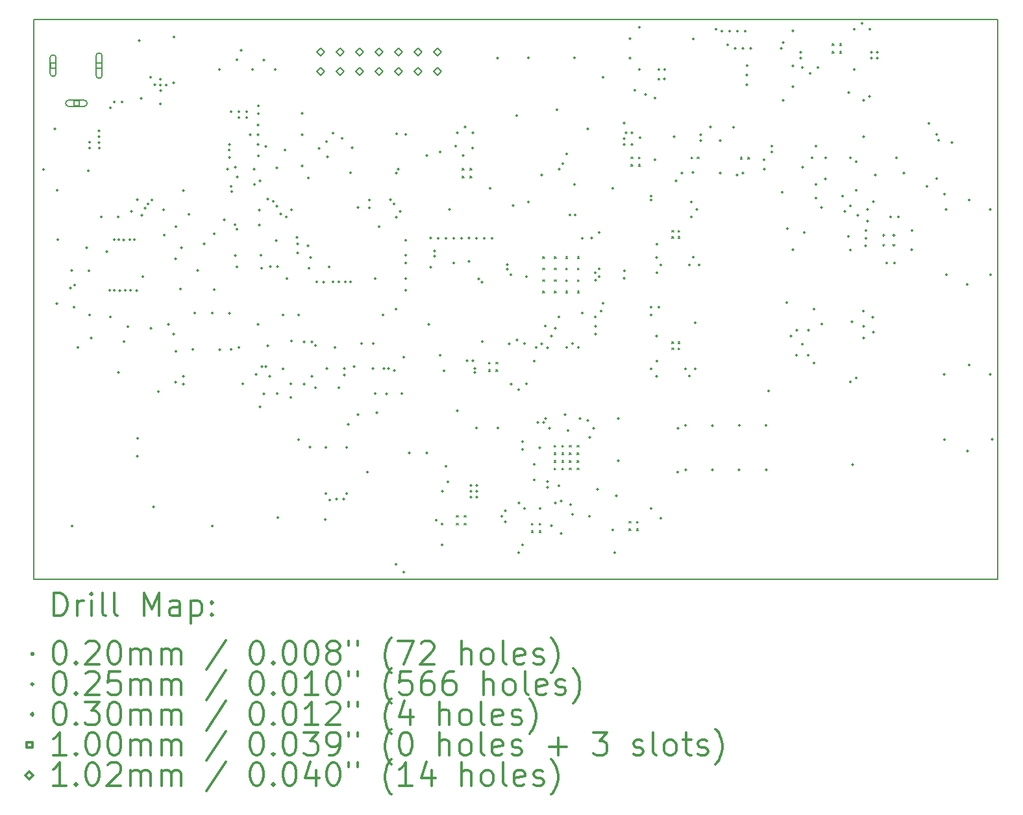
<source format=gbr>
%FSLAX45Y45*%
G04 Gerber Fmt 4.5, Leading zero omitted, Abs format (unit mm)*
G04 Created by KiCad (PCBNEW 4.0.7) date 05/19/18 04:47:22*
%MOMM*%
%LPD*%
G01*
G04 APERTURE LIST*
%ADD10C,0.127000*%
%ADD11C,0.150000*%
%ADD12C,0.200000*%
%ADD13C,0.300000*%
G04 APERTURE END LIST*
D10*
D11*
X8500000Y-6500000D02*
X8500000Y-13800000D01*
X21075000Y-6500000D02*
X8500000Y-6500000D01*
X21075000Y-13800000D02*
X21075000Y-6500000D01*
X8500000Y-13800000D02*
X21075000Y-13800000D01*
D12*
X14013284Y-12965000D02*
X14033284Y-12985000D01*
X14033284Y-12965000D02*
X14013284Y-12985000D01*
X14013284Y-13065000D02*
X14033284Y-13085000D01*
X14033284Y-13065000D02*
X14013284Y-13085000D01*
X14090000Y-8440000D02*
X14110000Y-8460000D01*
X14110000Y-8440000D02*
X14090000Y-8460000D01*
X14090000Y-8540000D02*
X14110000Y-8560000D01*
X14110000Y-8540000D02*
X14090000Y-8560000D01*
X14113284Y-12965000D02*
X14133284Y-12985000D01*
X14133284Y-12965000D02*
X14113284Y-12985000D01*
X14113284Y-13065000D02*
X14133284Y-13085000D01*
X14133284Y-13065000D02*
X14113284Y-13085000D01*
X14190000Y-8440000D02*
X14210000Y-8460000D01*
X14210000Y-8440000D02*
X14190000Y-8460000D01*
X14190000Y-8540000D02*
X14210000Y-8560000D01*
X14210000Y-8540000D02*
X14190000Y-8560000D01*
X14430000Y-10965000D02*
X14450000Y-10985000D01*
X14450000Y-10965000D02*
X14430000Y-10985000D01*
X14430000Y-11065000D02*
X14450000Y-11085000D01*
X14450000Y-11065000D02*
X14430000Y-11085000D01*
X14530000Y-10965000D02*
X14550000Y-10985000D01*
X14550000Y-10965000D02*
X14530000Y-10985000D01*
X14530000Y-11065000D02*
X14550000Y-11085000D01*
X14550000Y-11065000D02*
X14530000Y-11085000D01*
X14990000Y-13065000D02*
X15010000Y-13085000D01*
X15010000Y-13065000D02*
X14990000Y-13085000D01*
X14990000Y-13165000D02*
X15010000Y-13185000D01*
X15010000Y-13165000D02*
X14990000Y-13185000D01*
X15090000Y-13065000D02*
X15110000Y-13085000D01*
X15110000Y-13065000D02*
X15090000Y-13085000D01*
X15090000Y-13165000D02*
X15110000Y-13185000D01*
X15110000Y-13165000D02*
X15090000Y-13185000D01*
X15140000Y-9590000D02*
X15160000Y-9610000D01*
X15160000Y-9590000D02*
X15140000Y-9610000D01*
X15140000Y-9740000D02*
X15160000Y-9760000D01*
X15160000Y-9740000D02*
X15140000Y-9760000D01*
X15140000Y-9890000D02*
X15160000Y-9910000D01*
X15160000Y-9890000D02*
X15140000Y-9910000D01*
X15140000Y-10040000D02*
X15160000Y-10060000D01*
X15160000Y-10040000D02*
X15140000Y-10060000D01*
X15286512Y-12048435D02*
X15306512Y-12068435D01*
X15306512Y-12048435D02*
X15286512Y-12068435D01*
X15286512Y-12148435D02*
X15306512Y-12168435D01*
X15306512Y-12148435D02*
X15286512Y-12168435D01*
X15286512Y-12248435D02*
X15306512Y-12268435D01*
X15306512Y-12248435D02*
X15286512Y-12268435D01*
X15286512Y-12348435D02*
X15306512Y-12368435D01*
X15306512Y-12348435D02*
X15286512Y-12368435D01*
X15290000Y-9590000D02*
X15310000Y-9610000D01*
X15310000Y-9590000D02*
X15290000Y-9610000D01*
X15290000Y-9740000D02*
X15310000Y-9760000D01*
X15310000Y-9740000D02*
X15290000Y-9760000D01*
X15290000Y-9890000D02*
X15310000Y-9910000D01*
X15310000Y-9890000D02*
X15290000Y-9910000D01*
X15290000Y-10040000D02*
X15310000Y-10060000D01*
X15310000Y-10040000D02*
X15290000Y-10060000D01*
X15386512Y-12048435D02*
X15406512Y-12068435D01*
X15406512Y-12048435D02*
X15386512Y-12068435D01*
X15386512Y-12148435D02*
X15406512Y-12168435D01*
X15406512Y-12148435D02*
X15386512Y-12168435D01*
X15386512Y-12248435D02*
X15406512Y-12268435D01*
X15406512Y-12248435D02*
X15386512Y-12268435D01*
X15386512Y-12348435D02*
X15406512Y-12368435D01*
X15406512Y-12348435D02*
X15386512Y-12368435D01*
X15440000Y-9590000D02*
X15460000Y-9610000D01*
X15460000Y-9590000D02*
X15440000Y-9610000D01*
X15440000Y-9740000D02*
X15460000Y-9760000D01*
X15460000Y-9740000D02*
X15440000Y-9760000D01*
X15440000Y-9890000D02*
X15460000Y-9910000D01*
X15460000Y-9890000D02*
X15440000Y-9910000D01*
X15440000Y-10040000D02*
X15460000Y-10060000D01*
X15460000Y-10040000D02*
X15440000Y-10060000D01*
X15486512Y-12048435D02*
X15506512Y-12068435D01*
X15506512Y-12048435D02*
X15486512Y-12068435D01*
X15486512Y-12148435D02*
X15506512Y-12168435D01*
X15506512Y-12148435D02*
X15486512Y-12168435D01*
X15486512Y-12248435D02*
X15506512Y-12268435D01*
X15506512Y-12248435D02*
X15486512Y-12268435D01*
X15486512Y-12348435D02*
X15506512Y-12368435D01*
X15506512Y-12348435D02*
X15486512Y-12368435D01*
X15586512Y-12048435D02*
X15606512Y-12068435D01*
X15606512Y-12048435D02*
X15586512Y-12068435D01*
X15586512Y-12148435D02*
X15606512Y-12168435D01*
X15606512Y-12148435D02*
X15586512Y-12168435D01*
X15586512Y-12248435D02*
X15606512Y-12268435D01*
X15606512Y-12248435D02*
X15586512Y-12268435D01*
X15586512Y-12348435D02*
X15606512Y-12368435D01*
X15606512Y-12348435D02*
X15586512Y-12368435D01*
X15590000Y-9590000D02*
X15610000Y-9610000D01*
X15610000Y-9590000D02*
X15590000Y-9610000D01*
X15590000Y-9740000D02*
X15610000Y-9760000D01*
X15610000Y-9740000D02*
X15590000Y-9760000D01*
X15590000Y-9890000D02*
X15610000Y-9910000D01*
X15610000Y-9890000D02*
X15590000Y-9910000D01*
X15590000Y-10040000D02*
X15610000Y-10060000D01*
X15610000Y-10040000D02*
X15590000Y-10060000D01*
X16265000Y-13040000D02*
X16285000Y-13060000D01*
X16285000Y-13040000D02*
X16265000Y-13060000D01*
X16265000Y-13140000D02*
X16285000Y-13160000D01*
X16285000Y-13140000D02*
X16265000Y-13160000D01*
X16290000Y-8290000D02*
X16310000Y-8310000D01*
X16310000Y-8290000D02*
X16290000Y-8310000D01*
X16290000Y-8390000D02*
X16310000Y-8410000D01*
X16310000Y-8390000D02*
X16290000Y-8410000D01*
X16365000Y-13040000D02*
X16385000Y-13060000D01*
X16385000Y-13040000D02*
X16365000Y-13060000D01*
X16365000Y-13140000D02*
X16385000Y-13160000D01*
X16385000Y-13140000D02*
X16365000Y-13160000D01*
X16390000Y-8290000D02*
X16410000Y-8310000D01*
X16410000Y-8290000D02*
X16390000Y-8310000D01*
X16390000Y-8390000D02*
X16410000Y-8410000D01*
X16410000Y-8390000D02*
X16390000Y-8410000D01*
X16825000Y-9250000D02*
X16845000Y-9270000D01*
X16845000Y-9250000D02*
X16825000Y-9270000D01*
X16825000Y-9330000D02*
X16845000Y-9350000D01*
X16845000Y-9330000D02*
X16825000Y-9350000D01*
X16825000Y-10700000D02*
X16845000Y-10720000D01*
X16845000Y-10700000D02*
X16825000Y-10720000D01*
X16825000Y-10780000D02*
X16845000Y-10800000D01*
X16845000Y-10780000D02*
X16825000Y-10800000D01*
X16905000Y-9250000D02*
X16925000Y-9270000D01*
X16925000Y-9250000D02*
X16905000Y-9270000D01*
X16905000Y-9330000D02*
X16925000Y-9350000D01*
X16925000Y-9330000D02*
X16905000Y-9350000D01*
X16905000Y-10700000D02*
X16925000Y-10720000D01*
X16925000Y-10700000D02*
X16905000Y-10720000D01*
X16905000Y-10780000D02*
X16925000Y-10800000D01*
X16925000Y-10780000D02*
X16905000Y-10800000D01*
X17075000Y-8290000D02*
X17095000Y-8310000D01*
X17095000Y-8290000D02*
X17075000Y-8310000D01*
X17155000Y-8290000D02*
X17175000Y-8310000D01*
X17175000Y-8290000D02*
X17155000Y-8310000D01*
X17715000Y-8295000D02*
X17735000Y-8315000D01*
X17735000Y-8295000D02*
X17715000Y-8315000D01*
X17815000Y-8295000D02*
X17835000Y-8315000D01*
X17835000Y-8295000D02*
X17815000Y-8315000D01*
X18915000Y-6815000D02*
X18935000Y-6835000D01*
X18935000Y-6815000D02*
X18915000Y-6835000D01*
X18915000Y-6915000D02*
X18935000Y-6935000D01*
X18935000Y-6915000D02*
X18915000Y-6935000D01*
X19015000Y-6815000D02*
X19035000Y-6835000D01*
X19035000Y-6815000D02*
X19015000Y-6835000D01*
X19015000Y-6915000D02*
X19035000Y-6935000D01*
X19035000Y-6915000D02*
X19015000Y-6935000D01*
X8637700Y-8450000D02*
G75*
G03X8637700Y-8450000I-12700J0D01*
G01*
X8787700Y-7925000D02*
G75*
G03X8787700Y-7925000I-12700J0D01*
G01*
X8812700Y-8725000D02*
G75*
G03X8812700Y-8725000I-12700J0D01*
G01*
X8812700Y-10200000D02*
G75*
G03X8812700Y-10200000I-12700J0D01*
G01*
X8822700Y-9370000D02*
G75*
G03X8822700Y-9370000I-12700J0D01*
G01*
X8987700Y-10000000D02*
G75*
G03X8987700Y-10000000I-12700J0D01*
G01*
X9002700Y-9770000D02*
G75*
G03X9002700Y-9770000I-12700J0D01*
G01*
X9012700Y-13100000D02*
G75*
G03X9012700Y-13100000I-12700J0D01*
G01*
X9037701Y-10250000D02*
G75*
G03X9037701Y-10250000I-12700J0D01*
G01*
X9042700Y-9960000D02*
G75*
G03X9042700Y-9960000I-12700J0D01*
G01*
X9087700Y-10775000D02*
G75*
G03X9087700Y-10775000I-12700J0D01*
G01*
X9203080Y-9474880D02*
G75*
G03X9203080Y-9474880I-12700J0D01*
G01*
X9222700Y-8470000D02*
G75*
G03X9222700Y-8470000I-12700J0D01*
G01*
X9232700Y-9775000D02*
G75*
G03X9232700Y-9775000I-12700J0D01*
G01*
X9237700Y-8100000D02*
G75*
G03X9237700Y-8100000I-12700J0D01*
G01*
X9237700Y-8175000D02*
G75*
G03X9237700Y-8175000I-12700J0D01*
G01*
X9237700Y-10350000D02*
G75*
G03X9237700Y-10350000I-12700J0D01*
G01*
X9262700Y-10650000D02*
G75*
G03X9262700Y-10650000I-12700J0D01*
G01*
X9362700Y-7950000D02*
G75*
G03X9362700Y-7950000I-12700J0D01*
G01*
X9362700Y-8025000D02*
G75*
G03X9362700Y-8025000I-12700J0D01*
G01*
X9362700Y-8100000D02*
G75*
G03X9362700Y-8100000I-12700J0D01*
G01*
X9362700Y-8175000D02*
G75*
G03X9362700Y-8175000I-12700J0D01*
G01*
X9392700Y-9070000D02*
G75*
G03X9392700Y-9070000I-12700J0D01*
G01*
X9462700Y-9525000D02*
G75*
G03X9462700Y-9525000I-12700J0D01*
G01*
X9502700Y-10030000D02*
G75*
G03X9502700Y-10030000I-12700J0D01*
G01*
X9512700Y-7650000D02*
G75*
G03X9512700Y-7650000I-12700J0D01*
G01*
X9512700Y-10375000D02*
G75*
G03X9512700Y-10375000I-12700J0D01*
G01*
X9561272Y-10029528D02*
G75*
G03X9561272Y-10029528I-12700J0D01*
G01*
X9562700Y-7575000D02*
G75*
G03X9562700Y-7575000I-12700J0D01*
G01*
X9562700Y-9370000D02*
G75*
G03X9562700Y-9370000I-12700J0D01*
G01*
X9612700Y-9070000D02*
G75*
G03X9612700Y-9070000I-12700J0D01*
G01*
X9612700Y-11100000D02*
G75*
G03X9612700Y-11100000I-12700J0D01*
G01*
X9622700Y-9370000D02*
G75*
G03X9622700Y-9370000I-12700J0D01*
G01*
X9632700Y-10030000D02*
G75*
G03X9632700Y-10030000I-12700J0D01*
G01*
X9662700Y-7575000D02*
G75*
G03X9662700Y-7575000I-12700J0D01*
G01*
X9682700Y-9370000D02*
G75*
G03X9682700Y-9370000I-12700J0D01*
G01*
X9687700Y-10700000D02*
G75*
G03X9687700Y-10700000I-12700J0D01*
G01*
X9702700Y-10030000D02*
G75*
G03X9702700Y-10030000I-12700J0D01*
G01*
X9737700Y-10500000D02*
G75*
G03X9737700Y-10500000I-12700J0D01*
G01*
X9762700Y-9370000D02*
G75*
G03X9762700Y-9370000I-12700J0D01*
G01*
X9772700Y-10030000D02*
G75*
G03X9772700Y-10030000I-12700J0D01*
G01*
X9787700Y-9000000D02*
G75*
G03X9787700Y-9000000I-12700J0D01*
G01*
X9822700Y-9370000D02*
G75*
G03X9822700Y-9370000I-12700J0D01*
G01*
X9852700Y-10030000D02*
G75*
G03X9852700Y-10030000I-12700J0D01*
G01*
X9862700Y-8850000D02*
G75*
G03X9862700Y-8850000I-12700J0D01*
G01*
X9862700Y-11960000D02*
G75*
G03X9862700Y-11960000I-12700J0D01*
G01*
X9862700Y-12190000D02*
G75*
G03X9862700Y-12190000I-12700J0D01*
G01*
X9887700Y-6775000D02*
G75*
G03X9887700Y-6775000I-12700J0D01*
G01*
X9912700Y-7525000D02*
G75*
G03X9912700Y-7525000I-12700J0D01*
G01*
X9921096Y-9050000D02*
G75*
G03X9921096Y-9050000I-12700J0D01*
G01*
X9932700Y-9850000D02*
G75*
G03X9932700Y-9850000I-12700J0D01*
G01*
X9962700Y-8960000D02*
G75*
G03X9962700Y-8960000I-12700J0D01*
G01*
X10002700Y-8900000D02*
G75*
G03X10002700Y-8900000I-12700J0D01*
G01*
X10037700Y-7250000D02*
G75*
G03X10037700Y-7250000I-12700J0D01*
G01*
X10037700Y-10525000D02*
G75*
G03X10037700Y-10525000I-12700J0D01*
G01*
X10052700Y-8850000D02*
G75*
G03X10052700Y-8850000I-12700J0D01*
G01*
X10072700Y-12850000D02*
G75*
G03X10072700Y-12850000I-12700J0D01*
G01*
X10087700Y-7350000D02*
G75*
G03X10087700Y-7350000I-12700J0D01*
G01*
X10137700Y-11350000D02*
G75*
G03X10137700Y-11350000I-12700J0D01*
G01*
X10162700Y-7275000D02*
G75*
G03X10162700Y-7275000I-12700J0D01*
G01*
X10162700Y-7350000D02*
G75*
G03X10162700Y-7350000I-12700J0D01*
G01*
X10162700Y-7425000D02*
G75*
G03X10162700Y-7425000I-12700J0D01*
G01*
X10162700Y-7600000D02*
G75*
G03X10162700Y-7600000I-12700J0D01*
G01*
X10202700Y-8980000D02*
G75*
G03X10202700Y-8980000I-12700J0D01*
G01*
X10212700Y-9310000D02*
G75*
G03X10212700Y-9310000I-12700J0D01*
G01*
X10237700Y-7350000D02*
G75*
G03X10237700Y-7350000I-12700J0D01*
G01*
X10270341Y-10474409D02*
G75*
G03X10270341Y-10474409I-12700J0D01*
G01*
X10337700Y-6725000D02*
G75*
G03X10337700Y-6725000I-12700J0D01*
G01*
X10337700Y-7325000D02*
G75*
G03X10337700Y-7325000I-12700J0D01*
G01*
X10337700Y-10600000D02*
G75*
G03X10337700Y-10600000I-12700J0D01*
G01*
X10362700Y-9200000D02*
G75*
G03X10362700Y-9200000I-12700J0D01*
G01*
X10362700Y-9620000D02*
G75*
G03X10362700Y-9620000I-12700J0D01*
G01*
X10362700Y-10825000D02*
G75*
G03X10362700Y-10825000I-12700J0D01*
G01*
X10362700Y-11225000D02*
G75*
G03X10362700Y-11225000I-12700J0D01*
G01*
X10422700Y-10010000D02*
G75*
G03X10422700Y-10010000I-12700J0D01*
G01*
X10437820Y-9474880D02*
G75*
G03X10437820Y-9474880I-12700J0D01*
G01*
X10462700Y-8725000D02*
G75*
G03X10462700Y-8725000I-12700J0D01*
G01*
X10462700Y-11150000D02*
G75*
G03X10462700Y-11150000I-12700J0D01*
G01*
X10462700Y-11250000D02*
G75*
G03X10462700Y-11250000I-12700J0D01*
G01*
X10532700Y-9040000D02*
G75*
G03X10532700Y-9040000I-12700J0D01*
G01*
X10582700Y-10800000D02*
G75*
G03X10582700Y-10800000I-12700J0D01*
G01*
X10612700Y-10325000D02*
G75*
G03X10612700Y-10325000I-12700J0D01*
G01*
X10652700Y-9770000D02*
G75*
G03X10652700Y-9770000I-12700J0D01*
G01*
X10733178Y-9420478D02*
G75*
G03X10733178Y-9420478I-12700J0D01*
G01*
X10837700Y-10325000D02*
G75*
G03X10837700Y-10325000I-12700J0D01*
G01*
X10837700Y-13100000D02*
G75*
G03X10837700Y-13100000I-12700J0D01*
G01*
X10862700Y-9290000D02*
G75*
G03X10862700Y-9290000I-12700J0D01*
G01*
X10862700Y-10018250D02*
G75*
G03X10862700Y-10018250I-12700J0D01*
G01*
X10932700Y-7150000D02*
G75*
G03X10932700Y-7150000I-12700J0D01*
G01*
X10937700Y-10800000D02*
G75*
G03X10937700Y-10800000I-12700J0D01*
G01*
X10992700Y-9110000D02*
G75*
G03X10992700Y-9110000I-12700J0D01*
G01*
X11037700Y-8450000D02*
G75*
G03X11037700Y-8450000I-12700J0D01*
G01*
X11062700Y-8125000D02*
G75*
G03X11062700Y-8125000I-12700J0D01*
G01*
X11062700Y-8200000D02*
G75*
G03X11062700Y-8200000I-12700J0D01*
G01*
X11062700Y-8300000D02*
G75*
G03X11062700Y-8300000I-12700J0D01*
G01*
X11062700Y-10330000D02*
G75*
G03X11062700Y-10330000I-12700J0D01*
G01*
X11087700Y-7700000D02*
G75*
G03X11087700Y-7700000I-12700J0D01*
G01*
X11087700Y-8675000D02*
G75*
G03X11087700Y-8675000I-12700J0D01*
G01*
X11087700Y-10800000D02*
G75*
G03X11087700Y-10800000I-12700J0D01*
G01*
X11092700Y-8740000D02*
G75*
G03X11092700Y-8740000I-12700J0D01*
G01*
X11137700Y-8425000D02*
G75*
G03X11137700Y-8425000I-12700J0D01*
G01*
X11137700Y-9175000D02*
G75*
G03X11137700Y-9175000I-12700J0D01*
G01*
X11137700Y-9575000D02*
G75*
G03X11137700Y-9575000I-12700J0D01*
G01*
X11162700Y-7025000D02*
G75*
G03X11162700Y-7025000I-12700J0D01*
G01*
X11162700Y-8550000D02*
G75*
G03X11162700Y-8550000I-12700J0D01*
G01*
X11162700Y-9233101D02*
G75*
G03X11162700Y-9233101I-12700J0D01*
G01*
X11162700Y-9725000D02*
G75*
G03X11162700Y-9725000I-12700J0D01*
G01*
X11187700Y-7700000D02*
G75*
G03X11187700Y-7700000I-12700J0D01*
G01*
X11187700Y-7775000D02*
G75*
G03X11187700Y-7775000I-12700J0D01*
G01*
X11187700Y-10775000D02*
G75*
G03X11187700Y-10775000I-12700J0D01*
G01*
X11212700Y-6900000D02*
G75*
G03X11212700Y-6900000I-12700J0D01*
G01*
X11237700Y-11250000D02*
G75*
G03X11237700Y-11250000I-12700J0D01*
G01*
X11287700Y-7700000D02*
G75*
G03X11287700Y-7700000I-12700J0D01*
G01*
X11287700Y-7775000D02*
G75*
G03X11287700Y-7775000I-12700J0D01*
G01*
X11337700Y-8000000D02*
G75*
G03X11337700Y-8000000I-12700J0D01*
G01*
X11362700Y-7150000D02*
G75*
G03X11362700Y-7150000I-12700J0D01*
G01*
X11387700Y-8450000D02*
G75*
G03X11387700Y-8450000I-12700J0D01*
G01*
X11387700Y-8650000D02*
G75*
G03X11387700Y-8650000I-12700J0D01*
G01*
X11412700Y-11125000D02*
G75*
G03X11412700Y-11125000I-12700J0D01*
G01*
X11437700Y-7625000D02*
G75*
G03X11437700Y-7625000I-12700J0D01*
G01*
X11437700Y-7725000D02*
G75*
G03X11437700Y-7725000I-12700J0D01*
G01*
X11437700Y-7875000D02*
G75*
G03X11437700Y-7875000I-12700J0D01*
G01*
X11437700Y-8000000D02*
G75*
G03X11437700Y-8000000I-12700J0D01*
G01*
X11437700Y-8125000D02*
G75*
G03X11437700Y-8125000I-12700J0D01*
G01*
X11437700Y-8275000D02*
G75*
G03X11437700Y-8275000I-12700J0D01*
G01*
X11437700Y-10475000D02*
G75*
G03X11437700Y-10475000I-12700J0D01*
G01*
X11452700Y-8980000D02*
G75*
G03X11452700Y-8980000I-12700J0D01*
G01*
X11452700Y-9180000D02*
G75*
G03X11452700Y-9180000I-12700J0D01*
G01*
X11462700Y-8600000D02*
G75*
G03X11462700Y-8600000I-12700J0D01*
G01*
X11462700Y-11550000D02*
G75*
G03X11462700Y-11550000I-12700J0D01*
G01*
X11472700Y-9570000D02*
G75*
G03X11472700Y-9570000I-12700J0D01*
G01*
X11482700Y-9740000D02*
G75*
G03X11482700Y-9740000I-12700J0D01*
G01*
X11487700Y-11025000D02*
G75*
G03X11487700Y-11025000I-12700J0D01*
G01*
X11512700Y-7025000D02*
G75*
G03X11512700Y-7025000I-12700J0D01*
G01*
X11512700Y-11375000D02*
G75*
G03X11512700Y-11375000I-12700J0D01*
G01*
X11537700Y-8150000D02*
G75*
G03X11537700Y-8150000I-12700J0D01*
G01*
X11537700Y-11025000D02*
G75*
G03X11537700Y-11025000I-12700J0D01*
G01*
X11562700Y-8840000D02*
G75*
G03X11562700Y-8840000I-12700J0D01*
G01*
X11562700Y-10750000D02*
G75*
G03X11562700Y-10750000I-12700J0D01*
G01*
X11587700Y-11150000D02*
G75*
G03X11587700Y-11150000I-12700J0D01*
G01*
X11600300Y-9720000D02*
G75*
G03X11600300Y-9720000I-12700J0D01*
G01*
X11632700Y-8870000D02*
G75*
G03X11632700Y-8870000I-12700J0D01*
G01*
X11662700Y-7150000D02*
G75*
G03X11662700Y-7150000I-12700J0D01*
G01*
X11672700Y-9380000D02*
G75*
G03X11672700Y-9380000I-12700J0D01*
G01*
X11682700Y-8430000D02*
G75*
G03X11682700Y-8430000I-12700J0D01*
G01*
X11682700Y-8930000D02*
G75*
G03X11682700Y-8930000I-12700J0D01*
G01*
X11687700Y-11375000D02*
G75*
G03X11687700Y-11375000I-12700J0D01*
G01*
X11692700Y-9720000D02*
G75*
G03X11692700Y-9720000I-12700J0D01*
G01*
X11692700Y-12990000D02*
G75*
G03X11692700Y-12990000I-12700J0D01*
G01*
X11732700Y-9030000D02*
G75*
G03X11732700Y-9030000I-12700J0D01*
G01*
X11762700Y-10350000D02*
G75*
G03X11762700Y-10350000I-12700J0D01*
G01*
X11762700Y-11050000D02*
G75*
G03X11762700Y-11050000I-12700J0D01*
G01*
X11787700Y-8200000D02*
G75*
G03X11787700Y-8200000I-12700J0D01*
G01*
X11802700Y-9070000D02*
G75*
G03X11802700Y-9070000I-12700J0D01*
G01*
X11812700Y-9875000D02*
G75*
G03X11812700Y-9875000I-12700J0D01*
G01*
X11862700Y-11250000D02*
G75*
G03X11862700Y-11250000I-12700J0D01*
G01*
X11862700Y-11425000D02*
G75*
G03X11862700Y-11425000I-12700J0D01*
G01*
X11872700Y-8980000D02*
G75*
G03X11872700Y-8980000I-12700J0D01*
G01*
X11872700Y-10690000D02*
G75*
G03X11872700Y-10690000I-12700J0D01*
G01*
X11942700Y-9340000D02*
G75*
G03X11942700Y-9340000I-12700J0D01*
G01*
X11952700Y-9420000D02*
G75*
G03X11952700Y-9420000I-12700J0D01*
G01*
X11952700Y-9540000D02*
G75*
G03X11952700Y-9540000I-12700J0D01*
G01*
X11962700Y-10350000D02*
G75*
G03X11962700Y-10350000I-12700J0D01*
G01*
X11962700Y-11975000D02*
G75*
G03X11962700Y-11975000I-12700J0D01*
G01*
X12012700Y-7725000D02*
G75*
G03X12012700Y-7725000I-12700J0D01*
G01*
X12012700Y-8000000D02*
G75*
G03X12012700Y-8000000I-12700J0D01*
G01*
X12012700Y-8410000D02*
G75*
G03X12012700Y-8410000I-12700J0D01*
G01*
X12037700Y-10700000D02*
G75*
G03X12037700Y-10700000I-12700J0D01*
G01*
X12037700Y-11250000D02*
G75*
G03X12037700Y-11250000I-12700J0D01*
G01*
X12087700Y-9450000D02*
G75*
G03X12087700Y-9450000I-12700J0D01*
G01*
X12092700Y-8560000D02*
G75*
G03X12092700Y-8560000I-12700J0D01*
G01*
X12102700Y-9740000D02*
G75*
G03X12102700Y-9740000I-12700J0D01*
G01*
X12112700Y-12075000D02*
G75*
G03X12112700Y-12075000I-12700J0D01*
G01*
X12122700Y-9600000D02*
G75*
G03X12122700Y-9600000I-12700J0D01*
G01*
X12137700Y-10700000D02*
G75*
G03X12137700Y-10700000I-12700J0D01*
G01*
X12137700Y-11150000D02*
G75*
G03X12137700Y-11150000I-12700J0D01*
G01*
X12187700Y-10750000D02*
G75*
G03X12187700Y-10750000I-12700J0D01*
G01*
X12187700Y-11300000D02*
G75*
G03X12187700Y-11300000I-12700J0D01*
G01*
X12202700Y-9920000D02*
G75*
G03X12202700Y-9920000I-12700J0D01*
G01*
X12232700Y-8180000D02*
G75*
G03X12232700Y-8180000I-12700J0D01*
G01*
X12292700Y-9920000D02*
G75*
G03X12292700Y-9920000I-12700J0D01*
G01*
X12312700Y-13020000D02*
G75*
G03X12312700Y-13020000I-12700J0D01*
G01*
X12322700Y-12080000D02*
G75*
G03X12322700Y-12080000I-12700J0D01*
G01*
X12322700Y-12680000D02*
G75*
G03X12322700Y-12680000I-12700J0D01*
G01*
X12332700Y-8090000D02*
G75*
G03X12332700Y-8090000I-12700J0D01*
G01*
X12335300Y-11050000D02*
G75*
G03X12335300Y-11050000I-12700J0D01*
G01*
X12342700Y-8290000D02*
G75*
G03X12342700Y-8290000I-12700J0D01*
G01*
X12362700Y-9725000D02*
G75*
G03X12362700Y-9725000I-12700J0D01*
G01*
X12372700Y-12760000D02*
G75*
G03X12372700Y-12760000I-12700J0D01*
G01*
X12412700Y-7980000D02*
G75*
G03X12412700Y-7980000I-12700J0D01*
G01*
X12412700Y-9920000D02*
G75*
G03X12412700Y-9920000I-12700J0D01*
G01*
X12437700Y-10775000D02*
G75*
G03X12437700Y-10775000I-12700J0D01*
G01*
X12462700Y-12750000D02*
G75*
G03X12462700Y-12750000I-12700J0D01*
G01*
X12487700Y-11300000D02*
G75*
G03X12487700Y-11300000I-12700J0D01*
G01*
X12492700Y-9920000D02*
G75*
G03X12492700Y-9920000I-12700J0D01*
G01*
X12532700Y-8050000D02*
G75*
G03X12532700Y-8050000I-12700J0D01*
G01*
X12552700Y-12750000D02*
G75*
G03X12552700Y-12750000I-12700J0D01*
G01*
X12562700Y-11050000D02*
G75*
G03X12562700Y-11050000I-12700J0D01*
G01*
X12562700Y-11135400D02*
G75*
G03X12562700Y-11135400I-12700J0D01*
G01*
X12572700Y-9920000D02*
G75*
G03X12572700Y-9920000I-12700J0D01*
G01*
X12592700Y-12080000D02*
G75*
G03X12592700Y-12080000I-12700J0D01*
G01*
X12592700Y-12680000D02*
G75*
G03X12592700Y-12680000I-12700J0D01*
G01*
X12612700Y-11775000D02*
G75*
G03X12612700Y-11775000I-12700J0D01*
G01*
X12642700Y-8500000D02*
G75*
G03X12642700Y-8500000I-12700J0D01*
G01*
X12642700Y-9920000D02*
G75*
G03X12642700Y-9920000I-12700J0D01*
G01*
X12662700Y-8170000D02*
G75*
G03X12662700Y-8170000I-12700J0D01*
G01*
X12687700Y-11025000D02*
G75*
G03X12687700Y-11025000I-12700J0D01*
G01*
X12737700Y-8950000D02*
G75*
G03X12737700Y-8950000I-12700J0D01*
G01*
X12737700Y-11650000D02*
G75*
G03X12737700Y-11650000I-12700J0D01*
G01*
X12787700Y-10725000D02*
G75*
G03X12787700Y-10725000I-12700J0D01*
G01*
X12862700Y-12400000D02*
G75*
G03X12862700Y-12400000I-12700J0D01*
G01*
X12887700Y-8850000D02*
G75*
G03X12887700Y-8850000I-12700J0D01*
G01*
X12887700Y-8950000D02*
G75*
G03X12887700Y-8950000I-12700J0D01*
G01*
X12937700Y-10725000D02*
G75*
G03X12937700Y-10725000I-12700J0D01*
G01*
X12937700Y-11050000D02*
G75*
G03X12937700Y-11050000I-12700J0D01*
G01*
X12962700Y-9875000D02*
G75*
G03X12962700Y-9875000I-12700J0D01*
G01*
X12962700Y-11375000D02*
G75*
G03X12962700Y-11375000I-12700J0D01*
G01*
X12987700Y-11625000D02*
G75*
G03X12987700Y-11625000I-12700J0D01*
G01*
X13012700Y-9200000D02*
G75*
G03X13012700Y-9200000I-12700J0D01*
G01*
X13062700Y-10350000D02*
G75*
G03X13062700Y-10350000I-12700J0D01*
G01*
X13079600Y-11050000D02*
G75*
G03X13079600Y-11050000I-12700J0D01*
G01*
X13112700Y-11375000D02*
G75*
G03X13112700Y-11375000I-12700J0D01*
G01*
X13137700Y-11050000D02*
G75*
G03X13137700Y-11050000I-12700J0D01*
G01*
X13162700Y-8850000D02*
G75*
G03X13162700Y-8850000I-12700J0D01*
G01*
X13210733Y-8899016D02*
G75*
G03X13210733Y-8899016I-12700J0D01*
G01*
X13212700Y-11075000D02*
G75*
G03X13212700Y-11075000I-12700J0D01*
G01*
X13237700Y-8500000D02*
G75*
G03X13237700Y-8500000I-12700J0D01*
G01*
X13237700Y-9075000D02*
G75*
G03X13237700Y-9075000I-12700J0D01*
G01*
X13237700Y-10275000D02*
G75*
G03X13237700Y-10275000I-12700J0D01*
G01*
X13237700Y-13600000D02*
G75*
G03X13237700Y-13600000I-12700J0D01*
G01*
X13242700Y-7990000D02*
G75*
G03X13242700Y-7990000I-12700J0D01*
G01*
X13262700Y-8450000D02*
G75*
G03X13262700Y-8450000I-12700J0D01*
G01*
X13287700Y-9000001D02*
G75*
G03X13287700Y-9000001I-12700J0D01*
G01*
X13312700Y-11375000D02*
G75*
G03X13312700Y-11375000I-12700J0D01*
G01*
X13337700Y-10900000D02*
G75*
G03X13337700Y-10900000I-12700J0D01*
G01*
X13337700Y-13700000D02*
G75*
G03X13337700Y-13700000I-12700J0D01*
G01*
X13362700Y-8000000D02*
G75*
G03X13362700Y-8000000I-12700J0D01*
G01*
X13362700Y-9375000D02*
G75*
G03X13362700Y-9375000I-12700J0D01*
G01*
X13362700Y-9575000D02*
G75*
G03X13362700Y-9575000I-12700J0D01*
G01*
X13362700Y-9675000D02*
G75*
G03X13362700Y-9675000I-12700J0D01*
G01*
X13362700Y-9875000D02*
G75*
G03X13362700Y-9875000I-12700J0D01*
G01*
X13362700Y-10025000D02*
G75*
G03X13362700Y-10025000I-12700J0D01*
G01*
X13412700Y-12150000D02*
G75*
G03X13412700Y-12150000I-12700J0D01*
G01*
X13637700Y-8275000D02*
G75*
G03X13637700Y-8275000I-12700J0D01*
G01*
X13637700Y-12150000D02*
G75*
G03X13637700Y-12150000I-12700J0D01*
G01*
X13662700Y-10475000D02*
G75*
G03X13662700Y-10475000I-12700J0D01*
G01*
X13687700Y-9350000D02*
G75*
G03X13687700Y-9350000I-12700J0D01*
G01*
X13687700Y-9725000D02*
G75*
G03X13687700Y-9725000I-12700J0D01*
G01*
X13737700Y-9518300D02*
G75*
G03X13737700Y-9518300I-12700J0D01*
G01*
X13737700Y-9581700D02*
G75*
G03X13737700Y-9581700I-12700J0D01*
G01*
X13762700Y-13025000D02*
G75*
G03X13762700Y-13025000I-12700J0D01*
G01*
X13787700Y-9350000D02*
G75*
G03X13787700Y-9350000I-12700J0D01*
G01*
X13812700Y-8225000D02*
G75*
G03X13812700Y-8225000I-12700J0D01*
G01*
X13812700Y-10875000D02*
G75*
G03X13812700Y-10875000I-12700J0D01*
G01*
X13837700Y-12650000D02*
G75*
G03X13837700Y-12650000I-12700J0D01*
G01*
X13837700Y-13075000D02*
G75*
G03X13837700Y-13075000I-12700J0D01*
G01*
X13837700Y-13350000D02*
G75*
G03X13837700Y-13350000I-12700J0D01*
G01*
X13862700Y-11075000D02*
G75*
G03X13862700Y-11075000I-12700J0D01*
G01*
X13887700Y-9350000D02*
G75*
G03X13887700Y-9350000I-12700J0D01*
G01*
X13887700Y-12325000D02*
G75*
G03X13887700Y-12325000I-12700J0D01*
G01*
X13912700Y-12525000D02*
G75*
G03X13912700Y-12525000I-12700J0D01*
G01*
X13937700Y-8975000D02*
G75*
G03X13937700Y-8975000I-12700J0D01*
G01*
X13987700Y-9350000D02*
G75*
G03X13987700Y-9350000I-12700J0D01*
G01*
X13987700Y-9675000D02*
G75*
G03X13987700Y-9675000I-12700J0D01*
G01*
X14012700Y-8150000D02*
G75*
G03X14012700Y-8150000I-12700J0D01*
G01*
X14033284Y-11600000D02*
G75*
G03X14033284Y-11600000I-12700J0D01*
G01*
X14037700Y-7975000D02*
G75*
G03X14037700Y-7975000I-12700J0D01*
G01*
X14087700Y-9350000D02*
G75*
G03X14087700Y-9350000I-12700J0D01*
G01*
X14112700Y-8275000D02*
G75*
G03X14112700Y-8275000I-12700J0D01*
G01*
X14137700Y-7900000D02*
G75*
G03X14137700Y-7900000I-12700J0D01*
G01*
X14162700Y-10950000D02*
G75*
G03X14162700Y-10950000I-12700J0D01*
G01*
X14187700Y-9350000D02*
G75*
G03X14187700Y-9350000I-12700J0D01*
G01*
X14187700Y-9650000D02*
G75*
G03X14187700Y-9650000I-12700J0D01*
G01*
X14212700Y-12575000D02*
G75*
G03X14212700Y-12575000I-12700J0D01*
G01*
X14212700Y-12650000D02*
G75*
G03X14212700Y-12650000I-12700J0D01*
G01*
X14212700Y-12725000D02*
G75*
G03X14212700Y-12725000I-12700J0D01*
G01*
X14237700Y-7975000D02*
G75*
G03X14237700Y-7975000I-12700J0D01*
G01*
X14237700Y-8175000D02*
G75*
G03X14237700Y-8175000I-12700J0D01*
G01*
X14237700Y-10950000D02*
G75*
G03X14237700Y-10950000I-12700J0D01*
G01*
X14262700Y-11050000D02*
G75*
G03X14262700Y-11050000I-12700J0D01*
G01*
X14262700Y-11100000D02*
G75*
G03X14262700Y-11100000I-12700J0D01*
G01*
X14287700Y-9350000D02*
G75*
G03X14287700Y-9350000I-12700J0D01*
G01*
X14287700Y-11825000D02*
G75*
G03X14287700Y-11825000I-12700J0D01*
G01*
X14287700Y-12575000D02*
G75*
G03X14287700Y-12575000I-12700J0D01*
G01*
X14287700Y-12650000D02*
G75*
G03X14287700Y-12650000I-12700J0D01*
G01*
X14287700Y-12725000D02*
G75*
G03X14287700Y-12725000I-12700J0D01*
G01*
X14317159Y-9879459D02*
G75*
G03X14317159Y-9879459I-12700J0D01*
G01*
X14358241Y-9920541D02*
G75*
G03X14358241Y-9920541I-12700J0D01*
G01*
X14362700Y-10700000D02*
G75*
G03X14362700Y-10700000I-12700J0D01*
G01*
X14387700Y-9350000D02*
G75*
G03X14387700Y-9350000I-12700J0D01*
G01*
X14462700Y-8700000D02*
G75*
G03X14462700Y-8700000I-12700J0D01*
G01*
X14487700Y-9350000D02*
G75*
G03X14487700Y-9350000I-12700J0D01*
G01*
X14562700Y-7000000D02*
G75*
G03X14562700Y-7000000I-12700J0D01*
G01*
X14562700Y-11825000D02*
G75*
G03X14562700Y-11825000I-12700J0D01*
G01*
X14612700Y-12975000D02*
G75*
G03X14612700Y-12975000I-12700J0D01*
G01*
X14662700Y-12900000D02*
G75*
G03X14662700Y-12900000I-12700J0D01*
G01*
X14662700Y-13050000D02*
G75*
G03X14662700Y-13050000I-12700J0D01*
G01*
X14687700Y-9695950D02*
G75*
G03X14687700Y-9695950I-12700J0D01*
G01*
X14687700Y-9754050D02*
G75*
G03X14687700Y-9754050I-12700J0D01*
G01*
X14712700Y-10725000D02*
G75*
G03X14712700Y-10725000I-12700J0D01*
G01*
X14737700Y-9825000D02*
G75*
G03X14737700Y-9825000I-12700J0D01*
G01*
X14737700Y-11250000D02*
G75*
G03X14737700Y-11250000I-12700J0D01*
G01*
X14762700Y-8925000D02*
G75*
G03X14762700Y-8925000I-12700J0D01*
G01*
X14812700Y-7750000D02*
G75*
G03X14812700Y-7750000I-12700J0D01*
G01*
X14812700Y-10675000D02*
G75*
G03X14812700Y-10675000I-12700J0D01*
G01*
X14837700Y-11325000D02*
G75*
G03X14837700Y-11325000I-12700J0D01*
G01*
X14837700Y-12800000D02*
G75*
G03X14837700Y-12800000I-12700J0D01*
G01*
X14837700Y-13450000D02*
G75*
G03X14837700Y-13450000I-12700J0D01*
G01*
X14887700Y-12000000D02*
G75*
G03X14887700Y-12000000I-12700J0D01*
G01*
X14887700Y-12100000D02*
G75*
G03X14887700Y-12100000I-12700J0D01*
G01*
X14887700Y-13350000D02*
G75*
G03X14887700Y-13350000I-12700J0D01*
G01*
X14912700Y-10725000D02*
G75*
G03X14912700Y-10725000I-12700J0D01*
G01*
X14912700Y-12875000D02*
G75*
G03X14912700Y-12875000I-12700J0D01*
G01*
X14937700Y-9850000D02*
G75*
G03X14937700Y-9850000I-12700J0D01*
G01*
X14937700Y-11250000D02*
G75*
G03X14937700Y-11250000I-12700J0D01*
G01*
X14962700Y-7000000D02*
G75*
G03X14962700Y-7000000I-12700J0D01*
G01*
X14962700Y-8875000D02*
G75*
G03X14962700Y-8875000I-12700J0D01*
G01*
X15037700Y-10950000D02*
G75*
G03X15037700Y-10950000I-12700J0D01*
G01*
X15037700Y-12300000D02*
G75*
G03X15037700Y-12300000I-12700J0D01*
G01*
X15037700Y-12500000D02*
G75*
G03X15037700Y-12500000I-12700J0D01*
G01*
X15062700Y-10775000D02*
G75*
G03X15062700Y-10775000I-12700J0D01*
G01*
X15087700Y-11750000D02*
G75*
G03X15087700Y-11750000I-12700J0D01*
G01*
X15112700Y-12875000D02*
G75*
G03X15112700Y-12875000I-12700J0D01*
G01*
X15113265Y-12083435D02*
G75*
G03X15113265Y-12083435I-12700J0D01*
G01*
X15137700Y-8525000D02*
G75*
G03X15137700Y-8525000I-12700J0D01*
G01*
X15137700Y-10725000D02*
G75*
G03X15137700Y-10725000I-12700J0D01*
G01*
X15162700Y-11750000D02*
G75*
G03X15162700Y-11750000I-12700J0D01*
G01*
X15183178Y-10495478D02*
G75*
G03X15183178Y-10495478I-12700J0D01*
G01*
X15187700Y-11700000D02*
G75*
G03X15187700Y-11700000I-12700J0D01*
G01*
X15212700Y-10775000D02*
G75*
G03X15212700Y-10775000I-12700J0D01*
G01*
X15212700Y-12525000D02*
G75*
G03X15212700Y-12525000I-12700J0D01*
G01*
X15212700Y-12600000D02*
G75*
G03X15212700Y-12600000I-12700J0D01*
G01*
X15237700Y-11825000D02*
G75*
G03X15237700Y-11825000I-12700J0D01*
G01*
X15262700Y-10625000D02*
G75*
G03X15262700Y-10625000I-12700J0D01*
G01*
X15262700Y-13100000D02*
G75*
G03X15262700Y-13100000I-12700J0D01*
G01*
X15312700Y-10525000D02*
G75*
G03X15312700Y-10525000I-12700J0D01*
G01*
X15312700Y-12800000D02*
G75*
G03X15312700Y-12800000I-12700J0D01*
G01*
X15337700Y-7675000D02*
G75*
G03X15337700Y-7675000I-12700J0D01*
G01*
X15362700Y-8450000D02*
G75*
G03X15362700Y-8450000I-12700J0D01*
G01*
X15362700Y-10375000D02*
G75*
G03X15362700Y-10375000I-12700J0D01*
G01*
X15362700Y-12575000D02*
G75*
G03X15362700Y-12575000I-12700J0D01*
G01*
X15387700Y-12775000D02*
G75*
G03X15387700Y-12775000I-12700J0D01*
G01*
X15387700Y-13200000D02*
G75*
G03X15387700Y-13200000I-12700J0D01*
G01*
X15412700Y-8375000D02*
G75*
G03X15412700Y-8375000I-12700J0D01*
G01*
X15437700Y-11650000D02*
G75*
G03X15437700Y-11650000I-12700J0D01*
G01*
X15462700Y-8250000D02*
G75*
G03X15462700Y-8250000I-12700J0D01*
G01*
X15462700Y-10775000D02*
G75*
G03X15462700Y-10775000I-12700J0D01*
G01*
X15482308Y-11857246D02*
G75*
G03X15482308Y-11857246I-12700J0D01*
G01*
X15506493Y-9047621D02*
G75*
G03X15506493Y-9047621I-12700J0D01*
G01*
X15512700Y-12825000D02*
G75*
G03X15512700Y-12825000I-12700J0D01*
G01*
X15537700Y-10725000D02*
G75*
G03X15537700Y-10725000I-12700J0D01*
G01*
X15537700Y-12950000D02*
G75*
G03X15537700Y-12950000I-12700J0D01*
G01*
X15562700Y-7000000D02*
G75*
G03X15562700Y-7000000I-12700J0D01*
G01*
X15562700Y-8650000D02*
G75*
G03X15562700Y-8650000I-12700J0D01*
G01*
X15569893Y-9047621D02*
G75*
G03X15569893Y-9047621I-12700J0D01*
G01*
X15612700Y-10775000D02*
G75*
G03X15612700Y-10775000I-12700J0D01*
G01*
X15637700Y-11700000D02*
G75*
G03X15637700Y-11700000I-12700J0D01*
G01*
X15662700Y-9350000D02*
G75*
G03X15662700Y-9350000I-12700J0D01*
G01*
X15662700Y-10325000D02*
G75*
G03X15662700Y-10325000I-12700J0D01*
G01*
X15737700Y-7925000D02*
G75*
G03X15737700Y-7925000I-12700J0D01*
G01*
X15737700Y-11725000D02*
G75*
G03X15737700Y-11725000I-12700J0D01*
G01*
X15762700Y-11950000D02*
G75*
G03X15762700Y-11950000I-12700J0D01*
G01*
X15762700Y-12975000D02*
G75*
G03X15762700Y-12975000I-12700J0D01*
G01*
X15787700Y-9350000D02*
G75*
G03X15787700Y-9350000I-12700J0D01*
G01*
X15812700Y-11825000D02*
G75*
G03X15812700Y-11825000I-12700J0D01*
G01*
X15837700Y-9800000D02*
G75*
G03X15837700Y-9800000I-12700J0D01*
G01*
X15837700Y-9900000D02*
G75*
G03X15837700Y-9900000I-12700J0D01*
G01*
X15837700Y-10375000D02*
G75*
G03X15837700Y-10375000I-12700J0D01*
G01*
X15837700Y-10500000D02*
G75*
G03X15837700Y-10500000I-12700J0D01*
G01*
X15837700Y-10600000D02*
G75*
G03X15837700Y-10600000I-12700J0D01*
G01*
X15862700Y-12625000D02*
G75*
G03X15862700Y-12625000I-12700J0D01*
G01*
X15887700Y-9275000D02*
G75*
G03X15887700Y-9275000I-12700J0D01*
G01*
X15887700Y-9750000D02*
G75*
G03X15887700Y-9750000I-12700J0D01*
G01*
X15887700Y-9850000D02*
G75*
G03X15887700Y-9850000I-12700J0D01*
G01*
X15912700Y-10300000D02*
G75*
G03X15912700Y-10300000I-12700J0D01*
G01*
X15937700Y-7250000D02*
G75*
G03X15937700Y-7250000I-12700J0D01*
G01*
X15937700Y-10200000D02*
G75*
G03X15937700Y-10200000I-12700J0D01*
G01*
X16062700Y-8700000D02*
G75*
G03X16062700Y-8700000I-12700J0D01*
G01*
X16062700Y-13150000D02*
G75*
G03X16062700Y-13150000I-12700J0D01*
G01*
X16087700Y-13450000D02*
G75*
G03X16087700Y-13450000I-12700J0D01*
G01*
X16112700Y-12709000D02*
G75*
G03X16112700Y-12709000I-12700J0D01*
G01*
X16137700Y-11700000D02*
G75*
G03X16137700Y-11700000I-12700J0D01*
G01*
X16137700Y-12250000D02*
G75*
G03X16137700Y-12250000I-12700J0D01*
G01*
X16212700Y-7850000D02*
G75*
G03X16212700Y-7850000I-12700J0D01*
G01*
X16212700Y-8050000D02*
G75*
G03X16212700Y-8050000I-12700J0D01*
G01*
X16212700Y-8125000D02*
G75*
G03X16212700Y-8125000I-12700J0D01*
G01*
X16212700Y-9775000D02*
G75*
G03X16212700Y-9775000I-12700J0D01*
G01*
X16212700Y-9875000D02*
G75*
G03X16212700Y-9875000I-12700J0D01*
G01*
X16237700Y-7975000D02*
G75*
G03X16237700Y-7975000I-12700J0D01*
G01*
X16287700Y-6750000D02*
G75*
G03X16287700Y-6750000I-12700J0D01*
G01*
X16287700Y-7000000D02*
G75*
G03X16287700Y-7000000I-12700J0D01*
G01*
X16312700Y-7975000D02*
G75*
G03X16312700Y-7975000I-12700J0D01*
G01*
X16312700Y-8125000D02*
G75*
G03X16312700Y-8125000I-12700J0D01*
G01*
X16352700Y-7420000D02*
G75*
G03X16352700Y-7420000I-12700J0D01*
G01*
X16412700Y-6600000D02*
G75*
G03X16412700Y-6600000I-12700J0D01*
G01*
X16412700Y-7150000D02*
G75*
G03X16412700Y-7150000I-12700J0D01*
G01*
X16416550Y-8040500D02*
G75*
G03X16416550Y-8040500I-12700J0D01*
G01*
X16487700Y-7475000D02*
G75*
G03X16487700Y-7475000I-12700J0D01*
G01*
X16562700Y-8800000D02*
G75*
G03X16562700Y-8800000I-12700J0D01*
G01*
X16562700Y-8850000D02*
G75*
G03X16562700Y-8850000I-12700J0D01*
G01*
X16562700Y-10250000D02*
G75*
G03X16562700Y-10250000I-12700J0D01*
G01*
X16562700Y-10350000D02*
G75*
G03X16562700Y-10350000I-12700J0D01*
G01*
X16562700Y-11050000D02*
G75*
G03X16562700Y-11050000I-12700J0D01*
G01*
X16562700Y-12875000D02*
G75*
G03X16562700Y-12875000I-12700J0D01*
G01*
X16612700Y-7525000D02*
G75*
G03X16612700Y-7525000I-12700J0D01*
G01*
X16612700Y-8325000D02*
G75*
G03X16612700Y-8325000I-12700J0D01*
G01*
X16637700Y-9425000D02*
G75*
G03X16637700Y-9425000I-12700J0D01*
G01*
X16637700Y-9600000D02*
G75*
G03X16637700Y-9600000I-12700J0D01*
G01*
X16637700Y-9800000D02*
G75*
G03X16637700Y-9800000I-12700J0D01*
G01*
X16637700Y-10625000D02*
G75*
G03X16637700Y-10625000I-12700J0D01*
G01*
X16637700Y-10950000D02*
G75*
G03X16637700Y-10950000I-12700J0D01*
G01*
X16637700Y-11150000D02*
G75*
G03X16637700Y-11150000I-12700J0D01*
G01*
X16662700Y-7150000D02*
G75*
G03X16662700Y-7150000I-12700J0D01*
G01*
X16662700Y-7275000D02*
G75*
G03X16662700Y-7275000I-12700J0D01*
G01*
X16662700Y-10250000D02*
G75*
G03X16662700Y-10250000I-12700J0D01*
G01*
X16687700Y-9700000D02*
G75*
G03X16687700Y-9700000I-12700J0D01*
G01*
X16687700Y-13000000D02*
G75*
G03X16687700Y-13000000I-12700J0D01*
G01*
X16737700Y-7150000D02*
G75*
G03X16737700Y-7150000I-12700J0D01*
G01*
X16737700Y-7275000D02*
G75*
G03X16737700Y-7275000I-12700J0D01*
G01*
X16862700Y-8025000D02*
G75*
G03X16862700Y-8025000I-12700J0D01*
G01*
X16887700Y-8600000D02*
G75*
G03X16887700Y-8600000I-12700J0D01*
G01*
X16912700Y-11830000D02*
G75*
G03X16912700Y-11830000I-12700J0D01*
G01*
X16912700Y-12400000D02*
G75*
G03X16912700Y-12400000I-12700J0D01*
G01*
X16962700Y-8500000D02*
G75*
G03X16962700Y-8500000I-12700J0D01*
G01*
X17012700Y-11050000D02*
G75*
G03X17012700Y-11050000I-12700J0D01*
G01*
X17012700Y-11790000D02*
G75*
G03X17012700Y-11790000I-12700J0D01*
G01*
X17012700Y-12370000D02*
G75*
G03X17012700Y-12370000I-12700J0D01*
G01*
X17062700Y-9700000D02*
G75*
G03X17062700Y-9700000I-12700J0D01*
G01*
X17062700Y-11150000D02*
G75*
G03X17062700Y-11150000I-12700J0D01*
G01*
X17087700Y-8875000D02*
G75*
G03X17087700Y-8875000I-12700J0D01*
G01*
X17087700Y-9075000D02*
G75*
G03X17087700Y-9075000I-12700J0D01*
G01*
X17110300Y-8494750D02*
G75*
G03X17110300Y-8494750I-12700J0D01*
G01*
X17112700Y-6750000D02*
G75*
G03X17112700Y-6750000I-12700J0D01*
G01*
X17112700Y-9600000D02*
G75*
G03X17112700Y-9600000I-12700J0D01*
G01*
X17137700Y-10450000D02*
G75*
G03X17137700Y-10450000I-12700J0D01*
G01*
X17137700Y-11050000D02*
G75*
G03X17137700Y-11050000I-12700J0D01*
G01*
X17162700Y-8975000D02*
G75*
G03X17162700Y-8975000I-12700J0D01*
G01*
X17187700Y-9700000D02*
G75*
G03X17187700Y-9700000I-12700J0D01*
G01*
X17212700Y-8000000D02*
G75*
G03X17212700Y-8000000I-12700J0D01*
G01*
X17212700Y-8075000D02*
G75*
G03X17212700Y-8075000I-12700J0D01*
G01*
X17337700Y-7900000D02*
G75*
G03X17337700Y-7900000I-12700J0D01*
G01*
X17362700Y-11790000D02*
G75*
G03X17362700Y-11790000I-12700J0D01*
G01*
X17362700Y-12370000D02*
G75*
G03X17362700Y-12370000I-12700J0D01*
G01*
X17412700Y-6625000D02*
G75*
G03X17412700Y-6625000I-12700J0D01*
G01*
X17462700Y-8075000D02*
G75*
G03X17462700Y-8075000I-12700J0D01*
G01*
X17462700Y-8500000D02*
G75*
G03X17462700Y-8500000I-12700J0D01*
G01*
X17487700Y-6650000D02*
G75*
G03X17487700Y-6650000I-12700J0D01*
G01*
X17562700Y-6825000D02*
G75*
G03X17562700Y-6825000I-12700J0D01*
G01*
X17587700Y-6650000D02*
G75*
G03X17587700Y-6650000I-12700J0D01*
G01*
X17637700Y-7900000D02*
G75*
G03X17637700Y-7900000I-12700J0D01*
G01*
X17662700Y-6875000D02*
G75*
G03X17662700Y-6875000I-12700J0D01*
G01*
X17687700Y-6650000D02*
G75*
G03X17687700Y-6650000I-12700J0D01*
G01*
X17687700Y-8525000D02*
G75*
G03X17687700Y-8525000I-12700J0D01*
G01*
X17712700Y-11790000D02*
G75*
G03X17712700Y-11790000I-12700J0D01*
G01*
X17712700Y-12370000D02*
G75*
G03X17712700Y-12370000I-12700J0D01*
G01*
X17760300Y-8500000D02*
G75*
G03X17760300Y-8500000I-12700J0D01*
G01*
X17762700Y-6875000D02*
G75*
G03X17762700Y-6875000I-12700J0D01*
G01*
X17787700Y-6650000D02*
G75*
G03X17787700Y-6650000I-12700J0D01*
G01*
X17812700Y-7100000D02*
G75*
G03X17812700Y-7100000I-12700J0D01*
G01*
X17812700Y-7225000D02*
G75*
G03X17812700Y-7225000I-12700J0D01*
G01*
X17812700Y-7350000D02*
G75*
G03X17812700Y-7350000I-12700J0D01*
G01*
X17862700Y-6875000D02*
G75*
G03X17862700Y-6875000I-12700J0D01*
G01*
X18037700Y-8325000D02*
G75*
G03X18037700Y-8325000I-12700J0D01*
G01*
X18037700Y-8450000D02*
G75*
G03X18037700Y-8450000I-12700J0D01*
G01*
X18062700Y-11790000D02*
G75*
G03X18062700Y-11790000I-12700J0D01*
G01*
X18062700Y-12370000D02*
G75*
G03X18062700Y-12370000I-12700J0D01*
G01*
X18092700Y-11340000D02*
G75*
G03X18092700Y-11340000I-12700J0D01*
G01*
X18137700Y-8150000D02*
G75*
G03X18137700Y-8150000I-12700J0D01*
G01*
X18137700Y-8225000D02*
G75*
G03X18137700Y-8225000I-12700J0D01*
G01*
X18262700Y-6875000D02*
G75*
G03X18262700Y-6875000I-12700J0D01*
G01*
X18272700Y-8750000D02*
G75*
G03X18272700Y-8750000I-12700J0D01*
G01*
X18287700Y-6800000D02*
G75*
G03X18287700Y-6800000I-12700J0D01*
G01*
X18287700Y-7550000D02*
G75*
G03X18287700Y-7550000I-12700J0D01*
G01*
X18332700Y-10190000D02*
G75*
G03X18332700Y-10190000I-12700J0D01*
G01*
X18337700Y-9225000D02*
G75*
G03X18337700Y-9225000I-12700J0D01*
G01*
X18387700Y-10625000D02*
G75*
G03X18387700Y-10625000I-12700J0D01*
G01*
X18412700Y-6650000D02*
G75*
G03X18412700Y-6650000I-12700J0D01*
G01*
X18412700Y-7100000D02*
G75*
G03X18412700Y-7100000I-12700J0D01*
G01*
X18412700Y-7375000D02*
G75*
G03X18412700Y-7375000I-12700J0D01*
G01*
X18412700Y-9500000D02*
G75*
G03X18412700Y-9500000I-12700J0D01*
G01*
X18462700Y-10550000D02*
G75*
G03X18462700Y-10550000I-12700J0D01*
G01*
X18462700Y-10875000D02*
G75*
G03X18462700Y-10875000I-12700J0D01*
G01*
X18512700Y-6925000D02*
G75*
G03X18512700Y-6925000I-12700J0D01*
G01*
X18512700Y-7000000D02*
G75*
G03X18512700Y-7000000I-12700J0D01*
G01*
X18537700Y-7125000D02*
G75*
G03X18537700Y-7125000I-12700J0D01*
G01*
X18537700Y-8425000D02*
G75*
G03X18537700Y-8425000I-12700J0D01*
G01*
X18537700Y-10732300D02*
G75*
G03X18537700Y-10732300I-12700J0D01*
G01*
X18562700Y-9275000D02*
G75*
G03X18562700Y-9275000I-12700J0D01*
G01*
X18612700Y-10550000D02*
G75*
G03X18612700Y-10550000I-12700J0D01*
G01*
X18612700Y-10875000D02*
G75*
G03X18612700Y-10875000I-12700J0D01*
G01*
X18637700Y-7200000D02*
G75*
G03X18637700Y-7200000I-12700J0D01*
G01*
X18662700Y-8300000D02*
G75*
G03X18662700Y-8300000I-12700J0D01*
G01*
X18687700Y-10275000D02*
G75*
G03X18687700Y-10275000I-12700J0D01*
G01*
X18687700Y-10975000D02*
G75*
G03X18687700Y-10975000I-12700J0D01*
G01*
X18712700Y-8150000D02*
G75*
G03X18712700Y-8150000I-12700J0D01*
G01*
X18712700Y-8650000D02*
G75*
G03X18712700Y-8650000I-12700J0D01*
G01*
X18712700Y-8825000D02*
G75*
G03X18712700Y-8825000I-12700J0D01*
G01*
X18737700Y-7125000D02*
G75*
G03X18737700Y-7125000I-12700J0D01*
G01*
X18787700Y-8950000D02*
G75*
G03X18787700Y-8950000I-12700J0D01*
G01*
X18792700Y-10470000D02*
G75*
G03X18792700Y-10470000I-12700J0D01*
G01*
X18837700Y-8300000D02*
G75*
G03X18837700Y-8300000I-12700J0D01*
G01*
X18837700Y-8575000D02*
G75*
G03X18837700Y-8575000I-12700J0D01*
G01*
X19062700Y-8800000D02*
G75*
G03X19062700Y-8800000I-12700J0D01*
G01*
X19087700Y-9000000D02*
G75*
G03X19087700Y-9000000I-12700J0D01*
G01*
X19137700Y-7450000D02*
G75*
G03X19137700Y-7450000I-12700J0D01*
G01*
X19137700Y-9325000D02*
G75*
G03X19137700Y-9325000I-12700J0D01*
G01*
X19162700Y-8300000D02*
G75*
G03X19162700Y-8300000I-12700J0D01*
G01*
X19162700Y-8925000D02*
G75*
G03X19162700Y-8925000I-12700J0D01*
G01*
X19162700Y-9500000D02*
G75*
G03X19162700Y-9500000I-12700J0D01*
G01*
X19162700Y-11225000D02*
G75*
G03X19162700Y-11225000I-12700J0D01*
G01*
X19182700Y-10440000D02*
G75*
G03X19182700Y-10440000I-12700J0D01*
G01*
X19192700Y-12300000D02*
G75*
G03X19192700Y-12300000I-12700J0D01*
G01*
X19212700Y-6625000D02*
G75*
G03X19212700Y-6625000I-12700J0D01*
G01*
X19212700Y-7150000D02*
G75*
G03X19212700Y-7150000I-12700J0D01*
G01*
X19237700Y-8350000D02*
G75*
G03X19237700Y-8350000I-12700J0D01*
G01*
X19237700Y-8725000D02*
G75*
G03X19237700Y-8725000I-12700J0D01*
G01*
X19237700Y-11175000D02*
G75*
G03X19237700Y-11175000I-12700J0D01*
G01*
X19262700Y-9050000D02*
G75*
G03X19262700Y-9050000I-12700J0D01*
G01*
X19312700Y-6550000D02*
G75*
G03X19312700Y-6550000I-12700J0D01*
G01*
X19332700Y-10300000D02*
G75*
G03X19332700Y-10300000I-12700J0D01*
G01*
X19337700Y-7550000D02*
G75*
G03X19337700Y-7550000I-12700J0D01*
G01*
X19337700Y-8025000D02*
G75*
G03X19337700Y-8025000I-12700J0D01*
G01*
X19337700Y-10500000D02*
G75*
G03X19337700Y-10500000I-12700J0D01*
G01*
X19337700Y-10650000D02*
G75*
G03X19337700Y-10650000I-12700J0D01*
G01*
X19362700Y-9250000D02*
G75*
G03X19362700Y-9250000I-12700J0D01*
G01*
X19362700Y-9350000D02*
G75*
G03X19362700Y-9350000I-12700J0D01*
G01*
X19362700Y-9450000D02*
G75*
G03X19362700Y-9450000I-12700J0D01*
G01*
X19387700Y-8975000D02*
G75*
G03X19387700Y-8975000I-12700J0D01*
G01*
X19387700Y-9125000D02*
G75*
G03X19387700Y-9125000I-12700J0D01*
G01*
X19412700Y-6625000D02*
G75*
G03X19412700Y-6625000I-12700J0D01*
G01*
X19412700Y-7500000D02*
G75*
G03X19412700Y-7500000I-12700J0D01*
G01*
X19437700Y-6925000D02*
G75*
G03X19437700Y-6925000I-12700J0D01*
G01*
X19437700Y-7000000D02*
G75*
G03X19437700Y-7000000I-12700J0D01*
G01*
X19452700Y-10380000D02*
G75*
G03X19452700Y-10380000I-12700J0D01*
G01*
X19462700Y-8875000D02*
G75*
G03X19462700Y-8875000I-12700J0D01*
G01*
X19462700Y-10575000D02*
G75*
G03X19462700Y-10575000I-12700J0D01*
G01*
X19487700Y-8525000D02*
G75*
G03X19487700Y-8525000I-12700J0D01*
G01*
X19512700Y-6925000D02*
G75*
G03X19512700Y-6925000I-12700J0D01*
G01*
X19512700Y-7000000D02*
G75*
G03X19512700Y-7000000I-12700J0D01*
G01*
X19637700Y-9675000D02*
G75*
G03X19637700Y-9675000I-12700J0D01*
G01*
X19687700Y-9075000D02*
G75*
G03X19687700Y-9075000I-12700J0D01*
G01*
X19737700Y-9675000D02*
G75*
G03X19737700Y-9675000I-12700J0D01*
G01*
X19762700Y-8300000D02*
G75*
G03X19762700Y-8300000I-12700J0D01*
G01*
X19787700Y-9075000D02*
G75*
G03X19787700Y-9075000I-12700J0D01*
G01*
X19862700Y-8500000D02*
G75*
G03X19862700Y-8500000I-12700J0D01*
G01*
X19962700Y-9250000D02*
G75*
G03X19962700Y-9250000I-12700J0D01*
G01*
X19962700Y-9500000D02*
G75*
G03X19962700Y-9500000I-12700J0D01*
G01*
X20162700Y-8675000D02*
G75*
G03X20162700Y-8675000I-12700J0D01*
G01*
X20187700Y-7850000D02*
G75*
G03X20187700Y-7850000I-12700J0D01*
G01*
X20287700Y-8000000D02*
G75*
G03X20287700Y-8000000I-12700J0D01*
G01*
X20287700Y-8575000D02*
G75*
G03X20287700Y-8575000I-12700J0D01*
G01*
X20312700Y-8075000D02*
G75*
G03X20312700Y-8075000I-12700J0D01*
G01*
X20387700Y-8775000D02*
G75*
G03X20387700Y-8775000I-12700J0D01*
G01*
X20387700Y-11125000D02*
G75*
G03X20387700Y-11125000I-12700J0D01*
G01*
X20387700Y-11975000D02*
G75*
G03X20387700Y-11975000I-12700J0D01*
G01*
X20412700Y-8975000D02*
G75*
G03X20412700Y-8975000I-12700J0D01*
G01*
X20412700Y-9825000D02*
G75*
G03X20412700Y-9825000I-12700J0D01*
G01*
X20487700Y-8100000D02*
G75*
G03X20487700Y-8100000I-12700J0D01*
G01*
X20687700Y-9950000D02*
G75*
G03X20687700Y-9950000I-12700J0D01*
G01*
X20687700Y-12125000D02*
G75*
G03X20687700Y-12125000I-12700J0D01*
G01*
X20712700Y-8850000D02*
G75*
G03X20712700Y-8850000I-12700J0D01*
G01*
X20712700Y-11000000D02*
G75*
G03X20712700Y-11000000I-12700J0D01*
G01*
X20987700Y-8975000D02*
G75*
G03X20987700Y-8975000I-12700J0D01*
G01*
X20987700Y-9825000D02*
G75*
G03X20987700Y-9825000I-12700J0D01*
G01*
X20987700Y-11125000D02*
G75*
G03X20987700Y-11125000I-12700J0D01*
G01*
X21012700Y-11975000D02*
G75*
G03X21012700Y-11975000I-12700J0D01*
G01*
X19585000Y-9295000D02*
X19585000Y-9325000D01*
X19570000Y-9310000D02*
X19600000Y-9310000D01*
X19585000Y-9425000D02*
X19585000Y-9455000D01*
X19570000Y-9440000D02*
X19600000Y-9440000D01*
X19715000Y-9295000D02*
X19715000Y-9325000D01*
X19700000Y-9310000D02*
X19730000Y-9310000D01*
X19715000Y-9425000D02*
X19715000Y-9455000D01*
X19700000Y-9440000D02*
X19730000Y-9440000D01*
X8785356Y-7135356D02*
X8785356Y-7064644D01*
X8714644Y-7064644D01*
X8714644Y-7135356D01*
X8785356Y-7135356D01*
X8710000Y-7000000D02*
X8710000Y-7200000D01*
X8790000Y-7000000D02*
X8790000Y-7200000D01*
X8710000Y-7200000D02*
G75*
G03X8790000Y-7200000I40000J0D01*
G01*
X8790000Y-7000000D02*
G75*
G03X8710000Y-7000000I-40000J0D01*
G01*
X9090356Y-7625356D02*
X9090356Y-7554644D01*
X9019644Y-7554644D01*
X9019644Y-7625356D01*
X9090356Y-7625356D01*
X8955000Y-7630000D02*
X9155000Y-7630000D01*
X8955000Y-7550000D02*
X9155000Y-7550000D01*
X9155000Y-7630000D02*
G75*
G03X9155000Y-7550000I0J40000D01*
G01*
X8955000Y-7550000D02*
G75*
G03X8955000Y-7630000I0J-40000D01*
G01*
X9385356Y-7135356D02*
X9385356Y-7064644D01*
X9314644Y-7064644D01*
X9314644Y-7135356D01*
X9385356Y-7135356D01*
X9310000Y-6975000D02*
X9310000Y-7225000D01*
X9390000Y-6975000D02*
X9390000Y-7225000D01*
X9310000Y-7225000D02*
G75*
G03X9390000Y-7225000I40000J0D01*
G01*
X9390000Y-6975000D02*
G75*
G03X9310000Y-6975000I-40000J0D01*
G01*
X12238000Y-6971800D02*
X12288800Y-6921000D01*
X12238000Y-6870200D01*
X12187200Y-6921000D01*
X12238000Y-6971800D01*
X12238000Y-7225800D02*
X12288800Y-7175000D01*
X12238000Y-7124200D01*
X12187200Y-7175000D01*
X12238000Y-7225800D01*
X12492000Y-6971800D02*
X12542800Y-6921000D01*
X12492000Y-6870200D01*
X12441200Y-6921000D01*
X12492000Y-6971800D01*
X12492000Y-7225800D02*
X12542800Y-7175000D01*
X12492000Y-7124200D01*
X12441200Y-7175000D01*
X12492000Y-7225800D01*
X12746000Y-6971800D02*
X12796800Y-6921000D01*
X12746000Y-6870200D01*
X12695200Y-6921000D01*
X12746000Y-6971800D01*
X12746000Y-7225800D02*
X12796800Y-7175000D01*
X12746000Y-7124200D01*
X12695200Y-7175000D01*
X12746000Y-7225800D01*
X13000000Y-6971800D02*
X13050800Y-6921000D01*
X13000000Y-6870200D01*
X12949200Y-6921000D01*
X13000000Y-6971800D01*
X13000000Y-7225800D02*
X13050800Y-7175000D01*
X13000000Y-7124200D01*
X12949200Y-7175000D01*
X13000000Y-7225800D01*
X13254000Y-6971800D02*
X13304800Y-6921000D01*
X13254000Y-6870200D01*
X13203200Y-6921000D01*
X13254000Y-6971800D01*
X13254000Y-7225800D02*
X13304800Y-7175000D01*
X13254000Y-7124200D01*
X13203200Y-7175000D01*
X13254000Y-7225800D01*
X13508000Y-6971800D02*
X13558800Y-6921000D01*
X13508000Y-6870200D01*
X13457200Y-6921000D01*
X13508000Y-6971800D01*
X13508000Y-7225800D02*
X13558800Y-7175000D01*
X13508000Y-7124200D01*
X13457200Y-7175000D01*
X13508000Y-7225800D01*
X13762000Y-6971800D02*
X13812800Y-6921000D01*
X13762000Y-6870200D01*
X13711200Y-6921000D01*
X13762000Y-6971800D01*
X13762000Y-7225800D02*
X13812800Y-7175000D01*
X13762000Y-7124200D01*
X13711200Y-7175000D01*
X13762000Y-7225800D01*
D13*
X8763929Y-14273214D02*
X8763929Y-13973214D01*
X8835357Y-13973214D01*
X8878214Y-13987500D01*
X8906786Y-14016071D01*
X8921071Y-14044643D01*
X8935357Y-14101786D01*
X8935357Y-14144643D01*
X8921071Y-14201786D01*
X8906786Y-14230357D01*
X8878214Y-14258929D01*
X8835357Y-14273214D01*
X8763929Y-14273214D01*
X9063929Y-14273214D02*
X9063929Y-14073214D01*
X9063929Y-14130357D02*
X9078214Y-14101786D01*
X9092500Y-14087500D01*
X9121071Y-14073214D01*
X9149643Y-14073214D01*
X9249643Y-14273214D02*
X9249643Y-14073214D01*
X9249643Y-13973214D02*
X9235357Y-13987500D01*
X9249643Y-14001786D01*
X9263929Y-13987500D01*
X9249643Y-13973214D01*
X9249643Y-14001786D01*
X9435357Y-14273214D02*
X9406786Y-14258929D01*
X9392500Y-14230357D01*
X9392500Y-13973214D01*
X9592500Y-14273214D02*
X9563929Y-14258929D01*
X9549643Y-14230357D01*
X9549643Y-13973214D01*
X9935357Y-14273214D02*
X9935357Y-13973214D01*
X10035357Y-14187500D01*
X10135357Y-13973214D01*
X10135357Y-14273214D01*
X10406786Y-14273214D02*
X10406786Y-14116071D01*
X10392500Y-14087500D01*
X10363929Y-14073214D01*
X10306786Y-14073214D01*
X10278214Y-14087500D01*
X10406786Y-14258929D02*
X10378214Y-14273214D01*
X10306786Y-14273214D01*
X10278214Y-14258929D01*
X10263929Y-14230357D01*
X10263929Y-14201786D01*
X10278214Y-14173214D01*
X10306786Y-14158929D01*
X10378214Y-14158929D01*
X10406786Y-14144643D01*
X10549643Y-14073214D02*
X10549643Y-14373214D01*
X10549643Y-14087500D02*
X10578214Y-14073214D01*
X10635357Y-14073214D01*
X10663929Y-14087500D01*
X10678214Y-14101786D01*
X10692500Y-14130357D01*
X10692500Y-14216071D01*
X10678214Y-14244643D01*
X10663929Y-14258929D01*
X10635357Y-14273214D01*
X10578214Y-14273214D01*
X10549643Y-14258929D01*
X10821071Y-14244643D02*
X10835357Y-14258929D01*
X10821071Y-14273214D01*
X10806786Y-14258929D01*
X10821071Y-14244643D01*
X10821071Y-14273214D01*
X10821071Y-14087500D02*
X10835357Y-14101786D01*
X10821071Y-14116071D01*
X10806786Y-14101786D01*
X10821071Y-14087500D01*
X10821071Y-14116071D01*
X8472500Y-14757500D02*
X8492500Y-14777500D01*
X8492500Y-14757500D02*
X8472500Y-14777500D01*
X8821071Y-14603214D02*
X8849643Y-14603214D01*
X8878214Y-14617500D01*
X8892500Y-14631786D01*
X8906786Y-14660357D01*
X8921071Y-14717500D01*
X8921071Y-14788929D01*
X8906786Y-14846071D01*
X8892500Y-14874643D01*
X8878214Y-14888929D01*
X8849643Y-14903214D01*
X8821071Y-14903214D01*
X8792500Y-14888929D01*
X8778214Y-14874643D01*
X8763929Y-14846071D01*
X8749643Y-14788929D01*
X8749643Y-14717500D01*
X8763929Y-14660357D01*
X8778214Y-14631786D01*
X8792500Y-14617500D01*
X8821071Y-14603214D01*
X9049643Y-14874643D02*
X9063929Y-14888929D01*
X9049643Y-14903214D01*
X9035357Y-14888929D01*
X9049643Y-14874643D01*
X9049643Y-14903214D01*
X9178214Y-14631786D02*
X9192500Y-14617500D01*
X9221071Y-14603214D01*
X9292500Y-14603214D01*
X9321071Y-14617500D01*
X9335357Y-14631786D01*
X9349643Y-14660357D01*
X9349643Y-14688929D01*
X9335357Y-14731786D01*
X9163928Y-14903214D01*
X9349643Y-14903214D01*
X9535357Y-14603214D02*
X9563929Y-14603214D01*
X9592500Y-14617500D01*
X9606786Y-14631786D01*
X9621071Y-14660357D01*
X9635357Y-14717500D01*
X9635357Y-14788929D01*
X9621071Y-14846071D01*
X9606786Y-14874643D01*
X9592500Y-14888929D01*
X9563929Y-14903214D01*
X9535357Y-14903214D01*
X9506786Y-14888929D01*
X9492500Y-14874643D01*
X9478214Y-14846071D01*
X9463929Y-14788929D01*
X9463929Y-14717500D01*
X9478214Y-14660357D01*
X9492500Y-14631786D01*
X9506786Y-14617500D01*
X9535357Y-14603214D01*
X9763929Y-14903214D02*
X9763929Y-14703214D01*
X9763929Y-14731786D02*
X9778214Y-14717500D01*
X9806786Y-14703214D01*
X9849643Y-14703214D01*
X9878214Y-14717500D01*
X9892500Y-14746071D01*
X9892500Y-14903214D01*
X9892500Y-14746071D02*
X9906786Y-14717500D01*
X9935357Y-14703214D01*
X9978214Y-14703214D01*
X10006786Y-14717500D01*
X10021071Y-14746071D01*
X10021071Y-14903214D01*
X10163929Y-14903214D02*
X10163929Y-14703214D01*
X10163929Y-14731786D02*
X10178214Y-14717500D01*
X10206786Y-14703214D01*
X10249643Y-14703214D01*
X10278214Y-14717500D01*
X10292500Y-14746071D01*
X10292500Y-14903214D01*
X10292500Y-14746071D02*
X10306786Y-14717500D01*
X10335357Y-14703214D01*
X10378214Y-14703214D01*
X10406786Y-14717500D01*
X10421071Y-14746071D01*
X10421071Y-14903214D01*
X11006786Y-14588929D02*
X10749643Y-14974643D01*
X11392500Y-14603214D02*
X11421071Y-14603214D01*
X11449643Y-14617500D01*
X11463928Y-14631786D01*
X11478214Y-14660357D01*
X11492500Y-14717500D01*
X11492500Y-14788929D01*
X11478214Y-14846071D01*
X11463928Y-14874643D01*
X11449643Y-14888929D01*
X11421071Y-14903214D01*
X11392500Y-14903214D01*
X11363928Y-14888929D01*
X11349643Y-14874643D01*
X11335357Y-14846071D01*
X11321071Y-14788929D01*
X11321071Y-14717500D01*
X11335357Y-14660357D01*
X11349643Y-14631786D01*
X11363928Y-14617500D01*
X11392500Y-14603214D01*
X11621071Y-14874643D02*
X11635357Y-14888929D01*
X11621071Y-14903214D01*
X11606786Y-14888929D01*
X11621071Y-14874643D01*
X11621071Y-14903214D01*
X11821071Y-14603214D02*
X11849643Y-14603214D01*
X11878214Y-14617500D01*
X11892500Y-14631786D01*
X11906785Y-14660357D01*
X11921071Y-14717500D01*
X11921071Y-14788929D01*
X11906785Y-14846071D01*
X11892500Y-14874643D01*
X11878214Y-14888929D01*
X11849643Y-14903214D01*
X11821071Y-14903214D01*
X11792500Y-14888929D01*
X11778214Y-14874643D01*
X11763928Y-14846071D01*
X11749643Y-14788929D01*
X11749643Y-14717500D01*
X11763928Y-14660357D01*
X11778214Y-14631786D01*
X11792500Y-14617500D01*
X11821071Y-14603214D01*
X12106785Y-14603214D02*
X12135357Y-14603214D01*
X12163928Y-14617500D01*
X12178214Y-14631786D01*
X12192500Y-14660357D01*
X12206785Y-14717500D01*
X12206785Y-14788929D01*
X12192500Y-14846071D01*
X12178214Y-14874643D01*
X12163928Y-14888929D01*
X12135357Y-14903214D01*
X12106785Y-14903214D01*
X12078214Y-14888929D01*
X12063928Y-14874643D01*
X12049643Y-14846071D01*
X12035357Y-14788929D01*
X12035357Y-14717500D01*
X12049643Y-14660357D01*
X12063928Y-14631786D01*
X12078214Y-14617500D01*
X12106785Y-14603214D01*
X12378214Y-14731786D02*
X12349643Y-14717500D01*
X12335357Y-14703214D01*
X12321071Y-14674643D01*
X12321071Y-14660357D01*
X12335357Y-14631786D01*
X12349643Y-14617500D01*
X12378214Y-14603214D01*
X12435357Y-14603214D01*
X12463928Y-14617500D01*
X12478214Y-14631786D01*
X12492500Y-14660357D01*
X12492500Y-14674643D01*
X12478214Y-14703214D01*
X12463928Y-14717500D01*
X12435357Y-14731786D01*
X12378214Y-14731786D01*
X12349643Y-14746071D01*
X12335357Y-14760357D01*
X12321071Y-14788929D01*
X12321071Y-14846071D01*
X12335357Y-14874643D01*
X12349643Y-14888929D01*
X12378214Y-14903214D01*
X12435357Y-14903214D01*
X12463928Y-14888929D01*
X12478214Y-14874643D01*
X12492500Y-14846071D01*
X12492500Y-14788929D01*
X12478214Y-14760357D01*
X12463928Y-14746071D01*
X12435357Y-14731786D01*
X12606786Y-14603214D02*
X12606786Y-14660357D01*
X12721071Y-14603214D02*
X12721071Y-14660357D01*
X13163928Y-15017500D02*
X13149643Y-15003214D01*
X13121071Y-14960357D01*
X13106785Y-14931786D01*
X13092500Y-14888929D01*
X13078214Y-14817500D01*
X13078214Y-14760357D01*
X13092500Y-14688929D01*
X13106785Y-14646071D01*
X13121071Y-14617500D01*
X13149643Y-14574643D01*
X13163928Y-14560357D01*
X13249643Y-14603214D02*
X13449643Y-14603214D01*
X13321071Y-14903214D01*
X13549643Y-14631786D02*
X13563928Y-14617500D01*
X13592500Y-14603214D01*
X13663928Y-14603214D01*
X13692500Y-14617500D01*
X13706785Y-14631786D01*
X13721071Y-14660357D01*
X13721071Y-14688929D01*
X13706785Y-14731786D01*
X13535357Y-14903214D01*
X13721071Y-14903214D01*
X14078214Y-14903214D02*
X14078214Y-14603214D01*
X14206785Y-14903214D02*
X14206785Y-14746071D01*
X14192500Y-14717500D01*
X14163928Y-14703214D01*
X14121071Y-14703214D01*
X14092500Y-14717500D01*
X14078214Y-14731786D01*
X14392500Y-14903214D02*
X14363928Y-14888929D01*
X14349643Y-14874643D01*
X14335357Y-14846071D01*
X14335357Y-14760357D01*
X14349643Y-14731786D01*
X14363928Y-14717500D01*
X14392500Y-14703214D01*
X14435357Y-14703214D01*
X14463928Y-14717500D01*
X14478214Y-14731786D01*
X14492500Y-14760357D01*
X14492500Y-14846071D01*
X14478214Y-14874643D01*
X14463928Y-14888929D01*
X14435357Y-14903214D01*
X14392500Y-14903214D01*
X14663928Y-14903214D02*
X14635357Y-14888929D01*
X14621071Y-14860357D01*
X14621071Y-14603214D01*
X14892500Y-14888929D02*
X14863928Y-14903214D01*
X14806786Y-14903214D01*
X14778214Y-14888929D01*
X14763928Y-14860357D01*
X14763928Y-14746071D01*
X14778214Y-14717500D01*
X14806786Y-14703214D01*
X14863928Y-14703214D01*
X14892500Y-14717500D01*
X14906786Y-14746071D01*
X14906786Y-14774643D01*
X14763928Y-14803214D01*
X15021071Y-14888929D02*
X15049643Y-14903214D01*
X15106786Y-14903214D01*
X15135357Y-14888929D01*
X15149643Y-14860357D01*
X15149643Y-14846071D01*
X15135357Y-14817500D01*
X15106786Y-14803214D01*
X15063928Y-14803214D01*
X15035357Y-14788929D01*
X15021071Y-14760357D01*
X15021071Y-14746071D01*
X15035357Y-14717500D01*
X15063928Y-14703214D01*
X15106786Y-14703214D01*
X15135357Y-14717500D01*
X15249643Y-15017500D02*
X15263928Y-15003214D01*
X15292500Y-14960357D01*
X15306786Y-14931786D01*
X15321071Y-14888929D01*
X15335357Y-14817500D01*
X15335357Y-14760357D01*
X15321071Y-14688929D01*
X15306786Y-14646071D01*
X15292500Y-14617500D01*
X15263928Y-14574643D01*
X15249643Y-14560357D01*
X8492500Y-15163500D02*
G75*
G03X8492500Y-15163500I-12700J0D01*
G01*
X8821071Y-14999214D02*
X8849643Y-14999214D01*
X8878214Y-15013500D01*
X8892500Y-15027786D01*
X8906786Y-15056357D01*
X8921071Y-15113500D01*
X8921071Y-15184929D01*
X8906786Y-15242071D01*
X8892500Y-15270643D01*
X8878214Y-15284929D01*
X8849643Y-15299214D01*
X8821071Y-15299214D01*
X8792500Y-15284929D01*
X8778214Y-15270643D01*
X8763929Y-15242071D01*
X8749643Y-15184929D01*
X8749643Y-15113500D01*
X8763929Y-15056357D01*
X8778214Y-15027786D01*
X8792500Y-15013500D01*
X8821071Y-14999214D01*
X9049643Y-15270643D02*
X9063929Y-15284929D01*
X9049643Y-15299214D01*
X9035357Y-15284929D01*
X9049643Y-15270643D01*
X9049643Y-15299214D01*
X9178214Y-15027786D02*
X9192500Y-15013500D01*
X9221071Y-14999214D01*
X9292500Y-14999214D01*
X9321071Y-15013500D01*
X9335357Y-15027786D01*
X9349643Y-15056357D01*
X9349643Y-15084929D01*
X9335357Y-15127786D01*
X9163928Y-15299214D01*
X9349643Y-15299214D01*
X9621071Y-14999214D02*
X9478214Y-14999214D01*
X9463929Y-15142071D01*
X9478214Y-15127786D01*
X9506786Y-15113500D01*
X9578214Y-15113500D01*
X9606786Y-15127786D01*
X9621071Y-15142071D01*
X9635357Y-15170643D01*
X9635357Y-15242071D01*
X9621071Y-15270643D01*
X9606786Y-15284929D01*
X9578214Y-15299214D01*
X9506786Y-15299214D01*
X9478214Y-15284929D01*
X9463929Y-15270643D01*
X9763929Y-15299214D02*
X9763929Y-15099214D01*
X9763929Y-15127786D02*
X9778214Y-15113500D01*
X9806786Y-15099214D01*
X9849643Y-15099214D01*
X9878214Y-15113500D01*
X9892500Y-15142071D01*
X9892500Y-15299214D01*
X9892500Y-15142071D02*
X9906786Y-15113500D01*
X9935357Y-15099214D01*
X9978214Y-15099214D01*
X10006786Y-15113500D01*
X10021071Y-15142071D01*
X10021071Y-15299214D01*
X10163929Y-15299214D02*
X10163929Y-15099214D01*
X10163929Y-15127786D02*
X10178214Y-15113500D01*
X10206786Y-15099214D01*
X10249643Y-15099214D01*
X10278214Y-15113500D01*
X10292500Y-15142071D01*
X10292500Y-15299214D01*
X10292500Y-15142071D02*
X10306786Y-15113500D01*
X10335357Y-15099214D01*
X10378214Y-15099214D01*
X10406786Y-15113500D01*
X10421071Y-15142071D01*
X10421071Y-15299214D01*
X11006786Y-14984929D02*
X10749643Y-15370643D01*
X11392500Y-14999214D02*
X11421071Y-14999214D01*
X11449643Y-15013500D01*
X11463928Y-15027786D01*
X11478214Y-15056357D01*
X11492500Y-15113500D01*
X11492500Y-15184929D01*
X11478214Y-15242071D01*
X11463928Y-15270643D01*
X11449643Y-15284929D01*
X11421071Y-15299214D01*
X11392500Y-15299214D01*
X11363928Y-15284929D01*
X11349643Y-15270643D01*
X11335357Y-15242071D01*
X11321071Y-15184929D01*
X11321071Y-15113500D01*
X11335357Y-15056357D01*
X11349643Y-15027786D01*
X11363928Y-15013500D01*
X11392500Y-14999214D01*
X11621071Y-15270643D02*
X11635357Y-15284929D01*
X11621071Y-15299214D01*
X11606786Y-15284929D01*
X11621071Y-15270643D01*
X11621071Y-15299214D01*
X11821071Y-14999214D02*
X11849643Y-14999214D01*
X11878214Y-15013500D01*
X11892500Y-15027786D01*
X11906785Y-15056357D01*
X11921071Y-15113500D01*
X11921071Y-15184929D01*
X11906785Y-15242071D01*
X11892500Y-15270643D01*
X11878214Y-15284929D01*
X11849643Y-15299214D01*
X11821071Y-15299214D01*
X11792500Y-15284929D01*
X11778214Y-15270643D01*
X11763928Y-15242071D01*
X11749643Y-15184929D01*
X11749643Y-15113500D01*
X11763928Y-15056357D01*
X11778214Y-15027786D01*
X11792500Y-15013500D01*
X11821071Y-14999214D01*
X12206785Y-15299214D02*
X12035357Y-15299214D01*
X12121071Y-15299214D02*
X12121071Y-14999214D01*
X12092500Y-15042071D01*
X12063928Y-15070643D01*
X12035357Y-15084929D01*
X12392500Y-14999214D02*
X12421071Y-14999214D01*
X12449643Y-15013500D01*
X12463928Y-15027786D01*
X12478214Y-15056357D01*
X12492500Y-15113500D01*
X12492500Y-15184929D01*
X12478214Y-15242071D01*
X12463928Y-15270643D01*
X12449643Y-15284929D01*
X12421071Y-15299214D01*
X12392500Y-15299214D01*
X12363928Y-15284929D01*
X12349643Y-15270643D01*
X12335357Y-15242071D01*
X12321071Y-15184929D01*
X12321071Y-15113500D01*
X12335357Y-15056357D01*
X12349643Y-15027786D01*
X12363928Y-15013500D01*
X12392500Y-14999214D01*
X12606786Y-14999214D02*
X12606786Y-15056357D01*
X12721071Y-14999214D02*
X12721071Y-15056357D01*
X13163928Y-15413500D02*
X13149643Y-15399214D01*
X13121071Y-15356357D01*
X13106785Y-15327786D01*
X13092500Y-15284929D01*
X13078214Y-15213500D01*
X13078214Y-15156357D01*
X13092500Y-15084929D01*
X13106785Y-15042071D01*
X13121071Y-15013500D01*
X13149643Y-14970643D01*
X13163928Y-14956357D01*
X13421071Y-14999214D02*
X13278214Y-14999214D01*
X13263928Y-15142071D01*
X13278214Y-15127786D01*
X13306785Y-15113500D01*
X13378214Y-15113500D01*
X13406785Y-15127786D01*
X13421071Y-15142071D01*
X13435357Y-15170643D01*
X13435357Y-15242071D01*
X13421071Y-15270643D01*
X13406785Y-15284929D01*
X13378214Y-15299214D01*
X13306785Y-15299214D01*
X13278214Y-15284929D01*
X13263928Y-15270643D01*
X13692500Y-14999214D02*
X13635357Y-14999214D01*
X13606785Y-15013500D01*
X13592500Y-15027786D01*
X13563928Y-15070643D01*
X13549643Y-15127786D01*
X13549643Y-15242071D01*
X13563928Y-15270643D01*
X13578214Y-15284929D01*
X13606785Y-15299214D01*
X13663928Y-15299214D01*
X13692500Y-15284929D01*
X13706785Y-15270643D01*
X13721071Y-15242071D01*
X13721071Y-15170643D01*
X13706785Y-15142071D01*
X13692500Y-15127786D01*
X13663928Y-15113500D01*
X13606785Y-15113500D01*
X13578214Y-15127786D01*
X13563928Y-15142071D01*
X13549643Y-15170643D01*
X13978214Y-14999214D02*
X13921071Y-14999214D01*
X13892500Y-15013500D01*
X13878214Y-15027786D01*
X13849643Y-15070643D01*
X13835357Y-15127786D01*
X13835357Y-15242071D01*
X13849643Y-15270643D01*
X13863928Y-15284929D01*
X13892500Y-15299214D01*
X13949643Y-15299214D01*
X13978214Y-15284929D01*
X13992500Y-15270643D01*
X14006785Y-15242071D01*
X14006785Y-15170643D01*
X13992500Y-15142071D01*
X13978214Y-15127786D01*
X13949643Y-15113500D01*
X13892500Y-15113500D01*
X13863928Y-15127786D01*
X13849643Y-15142071D01*
X13835357Y-15170643D01*
X14363928Y-15299214D02*
X14363928Y-14999214D01*
X14492500Y-15299214D02*
X14492500Y-15142071D01*
X14478214Y-15113500D01*
X14449643Y-15099214D01*
X14406785Y-15099214D01*
X14378214Y-15113500D01*
X14363928Y-15127786D01*
X14678214Y-15299214D02*
X14649643Y-15284929D01*
X14635357Y-15270643D01*
X14621071Y-15242071D01*
X14621071Y-15156357D01*
X14635357Y-15127786D01*
X14649643Y-15113500D01*
X14678214Y-15099214D01*
X14721071Y-15099214D01*
X14749643Y-15113500D01*
X14763928Y-15127786D01*
X14778214Y-15156357D01*
X14778214Y-15242071D01*
X14763928Y-15270643D01*
X14749643Y-15284929D01*
X14721071Y-15299214D01*
X14678214Y-15299214D01*
X14949643Y-15299214D02*
X14921071Y-15284929D01*
X14906786Y-15256357D01*
X14906786Y-14999214D01*
X15178214Y-15284929D02*
X15149643Y-15299214D01*
X15092500Y-15299214D01*
X15063928Y-15284929D01*
X15049643Y-15256357D01*
X15049643Y-15142071D01*
X15063928Y-15113500D01*
X15092500Y-15099214D01*
X15149643Y-15099214D01*
X15178214Y-15113500D01*
X15192500Y-15142071D01*
X15192500Y-15170643D01*
X15049643Y-15199214D01*
X15306786Y-15284929D02*
X15335357Y-15299214D01*
X15392500Y-15299214D01*
X15421071Y-15284929D01*
X15435357Y-15256357D01*
X15435357Y-15242071D01*
X15421071Y-15213500D01*
X15392500Y-15199214D01*
X15349643Y-15199214D01*
X15321071Y-15184929D01*
X15306786Y-15156357D01*
X15306786Y-15142071D01*
X15321071Y-15113500D01*
X15349643Y-15099214D01*
X15392500Y-15099214D01*
X15421071Y-15113500D01*
X15535357Y-15413500D02*
X15549643Y-15399214D01*
X15578214Y-15356357D01*
X15592500Y-15327786D01*
X15606786Y-15284929D01*
X15621071Y-15213500D01*
X15621071Y-15156357D01*
X15606786Y-15084929D01*
X15592500Y-15042071D01*
X15578214Y-15013500D01*
X15549643Y-14970643D01*
X15535357Y-14956357D01*
X8477500Y-15544500D02*
X8477500Y-15574500D01*
X8462500Y-15559500D02*
X8492500Y-15559500D01*
X8821071Y-15395214D02*
X8849643Y-15395214D01*
X8878214Y-15409500D01*
X8892500Y-15423786D01*
X8906786Y-15452357D01*
X8921071Y-15509500D01*
X8921071Y-15580929D01*
X8906786Y-15638071D01*
X8892500Y-15666643D01*
X8878214Y-15680929D01*
X8849643Y-15695214D01*
X8821071Y-15695214D01*
X8792500Y-15680929D01*
X8778214Y-15666643D01*
X8763929Y-15638071D01*
X8749643Y-15580929D01*
X8749643Y-15509500D01*
X8763929Y-15452357D01*
X8778214Y-15423786D01*
X8792500Y-15409500D01*
X8821071Y-15395214D01*
X9049643Y-15666643D02*
X9063929Y-15680929D01*
X9049643Y-15695214D01*
X9035357Y-15680929D01*
X9049643Y-15666643D01*
X9049643Y-15695214D01*
X9163928Y-15395214D02*
X9349643Y-15395214D01*
X9249643Y-15509500D01*
X9292500Y-15509500D01*
X9321071Y-15523786D01*
X9335357Y-15538071D01*
X9349643Y-15566643D01*
X9349643Y-15638071D01*
X9335357Y-15666643D01*
X9321071Y-15680929D01*
X9292500Y-15695214D01*
X9206786Y-15695214D01*
X9178214Y-15680929D01*
X9163928Y-15666643D01*
X9535357Y-15395214D02*
X9563929Y-15395214D01*
X9592500Y-15409500D01*
X9606786Y-15423786D01*
X9621071Y-15452357D01*
X9635357Y-15509500D01*
X9635357Y-15580929D01*
X9621071Y-15638071D01*
X9606786Y-15666643D01*
X9592500Y-15680929D01*
X9563929Y-15695214D01*
X9535357Y-15695214D01*
X9506786Y-15680929D01*
X9492500Y-15666643D01*
X9478214Y-15638071D01*
X9463929Y-15580929D01*
X9463929Y-15509500D01*
X9478214Y-15452357D01*
X9492500Y-15423786D01*
X9506786Y-15409500D01*
X9535357Y-15395214D01*
X9763929Y-15695214D02*
X9763929Y-15495214D01*
X9763929Y-15523786D02*
X9778214Y-15509500D01*
X9806786Y-15495214D01*
X9849643Y-15495214D01*
X9878214Y-15509500D01*
X9892500Y-15538071D01*
X9892500Y-15695214D01*
X9892500Y-15538071D02*
X9906786Y-15509500D01*
X9935357Y-15495214D01*
X9978214Y-15495214D01*
X10006786Y-15509500D01*
X10021071Y-15538071D01*
X10021071Y-15695214D01*
X10163929Y-15695214D02*
X10163929Y-15495214D01*
X10163929Y-15523786D02*
X10178214Y-15509500D01*
X10206786Y-15495214D01*
X10249643Y-15495214D01*
X10278214Y-15509500D01*
X10292500Y-15538071D01*
X10292500Y-15695214D01*
X10292500Y-15538071D02*
X10306786Y-15509500D01*
X10335357Y-15495214D01*
X10378214Y-15495214D01*
X10406786Y-15509500D01*
X10421071Y-15538071D01*
X10421071Y-15695214D01*
X11006786Y-15380929D02*
X10749643Y-15766643D01*
X11392500Y-15395214D02*
X11421071Y-15395214D01*
X11449643Y-15409500D01*
X11463928Y-15423786D01*
X11478214Y-15452357D01*
X11492500Y-15509500D01*
X11492500Y-15580929D01*
X11478214Y-15638071D01*
X11463928Y-15666643D01*
X11449643Y-15680929D01*
X11421071Y-15695214D01*
X11392500Y-15695214D01*
X11363928Y-15680929D01*
X11349643Y-15666643D01*
X11335357Y-15638071D01*
X11321071Y-15580929D01*
X11321071Y-15509500D01*
X11335357Y-15452357D01*
X11349643Y-15423786D01*
X11363928Y-15409500D01*
X11392500Y-15395214D01*
X11621071Y-15666643D02*
X11635357Y-15680929D01*
X11621071Y-15695214D01*
X11606786Y-15680929D01*
X11621071Y-15666643D01*
X11621071Y-15695214D01*
X11821071Y-15395214D02*
X11849643Y-15395214D01*
X11878214Y-15409500D01*
X11892500Y-15423786D01*
X11906785Y-15452357D01*
X11921071Y-15509500D01*
X11921071Y-15580929D01*
X11906785Y-15638071D01*
X11892500Y-15666643D01*
X11878214Y-15680929D01*
X11849643Y-15695214D01*
X11821071Y-15695214D01*
X11792500Y-15680929D01*
X11778214Y-15666643D01*
X11763928Y-15638071D01*
X11749643Y-15580929D01*
X11749643Y-15509500D01*
X11763928Y-15452357D01*
X11778214Y-15423786D01*
X11792500Y-15409500D01*
X11821071Y-15395214D01*
X12206785Y-15695214D02*
X12035357Y-15695214D01*
X12121071Y-15695214D02*
X12121071Y-15395214D01*
X12092500Y-15438071D01*
X12063928Y-15466643D01*
X12035357Y-15480929D01*
X12321071Y-15423786D02*
X12335357Y-15409500D01*
X12363928Y-15395214D01*
X12435357Y-15395214D01*
X12463928Y-15409500D01*
X12478214Y-15423786D01*
X12492500Y-15452357D01*
X12492500Y-15480929D01*
X12478214Y-15523786D01*
X12306785Y-15695214D01*
X12492500Y-15695214D01*
X12606786Y-15395214D02*
X12606786Y-15452357D01*
X12721071Y-15395214D02*
X12721071Y-15452357D01*
X13163928Y-15809500D02*
X13149643Y-15795214D01*
X13121071Y-15752357D01*
X13106785Y-15723786D01*
X13092500Y-15680929D01*
X13078214Y-15609500D01*
X13078214Y-15552357D01*
X13092500Y-15480929D01*
X13106785Y-15438071D01*
X13121071Y-15409500D01*
X13149643Y-15366643D01*
X13163928Y-15352357D01*
X13406785Y-15495214D02*
X13406785Y-15695214D01*
X13335357Y-15380929D02*
X13263928Y-15595214D01*
X13449643Y-15595214D01*
X13792500Y-15695214D02*
X13792500Y-15395214D01*
X13921071Y-15695214D02*
X13921071Y-15538071D01*
X13906785Y-15509500D01*
X13878214Y-15495214D01*
X13835357Y-15495214D01*
X13806785Y-15509500D01*
X13792500Y-15523786D01*
X14106785Y-15695214D02*
X14078214Y-15680929D01*
X14063928Y-15666643D01*
X14049643Y-15638071D01*
X14049643Y-15552357D01*
X14063928Y-15523786D01*
X14078214Y-15509500D01*
X14106785Y-15495214D01*
X14149643Y-15495214D01*
X14178214Y-15509500D01*
X14192500Y-15523786D01*
X14206785Y-15552357D01*
X14206785Y-15638071D01*
X14192500Y-15666643D01*
X14178214Y-15680929D01*
X14149643Y-15695214D01*
X14106785Y-15695214D01*
X14378214Y-15695214D02*
X14349643Y-15680929D01*
X14335357Y-15652357D01*
X14335357Y-15395214D01*
X14606786Y-15680929D02*
X14578214Y-15695214D01*
X14521071Y-15695214D01*
X14492500Y-15680929D01*
X14478214Y-15652357D01*
X14478214Y-15538071D01*
X14492500Y-15509500D01*
X14521071Y-15495214D01*
X14578214Y-15495214D01*
X14606786Y-15509500D01*
X14621071Y-15538071D01*
X14621071Y-15566643D01*
X14478214Y-15595214D01*
X14735357Y-15680929D02*
X14763928Y-15695214D01*
X14821071Y-15695214D01*
X14849643Y-15680929D01*
X14863928Y-15652357D01*
X14863928Y-15638071D01*
X14849643Y-15609500D01*
X14821071Y-15595214D01*
X14778214Y-15595214D01*
X14749643Y-15580929D01*
X14735357Y-15552357D01*
X14735357Y-15538071D01*
X14749643Y-15509500D01*
X14778214Y-15495214D01*
X14821071Y-15495214D01*
X14849643Y-15509500D01*
X14963928Y-15809500D02*
X14978214Y-15795214D01*
X15006786Y-15752357D01*
X15021071Y-15723786D01*
X15035357Y-15680929D01*
X15049643Y-15609500D01*
X15049643Y-15552357D01*
X15035357Y-15480929D01*
X15021071Y-15438071D01*
X15006786Y-15409500D01*
X14978214Y-15366643D01*
X14963928Y-15352357D01*
X8477856Y-15990856D02*
X8477856Y-15920144D01*
X8407144Y-15920144D01*
X8407144Y-15990856D01*
X8477856Y-15990856D01*
X8921071Y-16091214D02*
X8749643Y-16091214D01*
X8835357Y-16091214D02*
X8835357Y-15791214D01*
X8806786Y-15834071D01*
X8778214Y-15862643D01*
X8749643Y-15876929D01*
X9049643Y-16062643D02*
X9063929Y-16076929D01*
X9049643Y-16091214D01*
X9035357Y-16076929D01*
X9049643Y-16062643D01*
X9049643Y-16091214D01*
X9249643Y-15791214D02*
X9278214Y-15791214D01*
X9306786Y-15805500D01*
X9321071Y-15819786D01*
X9335357Y-15848357D01*
X9349643Y-15905500D01*
X9349643Y-15976929D01*
X9335357Y-16034071D01*
X9321071Y-16062643D01*
X9306786Y-16076929D01*
X9278214Y-16091214D01*
X9249643Y-16091214D01*
X9221071Y-16076929D01*
X9206786Y-16062643D01*
X9192500Y-16034071D01*
X9178214Y-15976929D01*
X9178214Y-15905500D01*
X9192500Y-15848357D01*
X9206786Y-15819786D01*
X9221071Y-15805500D01*
X9249643Y-15791214D01*
X9535357Y-15791214D02*
X9563929Y-15791214D01*
X9592500Y-15805500D01*
X9606786Y-15819786D01*
X9621071Y-15848357D01*
X9635357Y-15905500D01*
X9635357Y-15976929D01*
X9621071Y-16034071D01*
X9606786Y-16062643D01*
X9592500Y-16076929D01*
X9563929Y-16091214D01*
X9535357Y-16091214D01*
X9506786Y-16076929D01*
X9492500Y-16062643D01*
X9478214Y-16034071D01*
X9463929Y-15976929D01*
X9463929Y-15905500D01*
X9478214Y-15848357D01*
X9492500Y-15819786D01*
X9506786Y-15805500D01*
X9535357Y-15791214D01*
X9763929Y-16091214D02*
X9763929Y-15891214D01*
X9763929Y-15919786D02*
X9778214Y-15905500D01*
X9806786Y-15891214D01*
X9849643Y-15891214D01*
X9878214Y-15905500D01*
X9892500Y-15934071D01*
X9892500Y-16091214D01*
X9892500Y-15934071D02*
X9906786Y-15905500D01*
X9935357Y-15891214D01*
X9978214Y-15891214D01*
X10006786Y-15905500D01*
X10021071Y-15934071D01*
X10021071Y-16091214D01*
X10163929Y-16091214D02*
X10163929Y-15891214D01*
X10163929Y-15919786D02*
X10178214Y-15905500D01*
X10206786Y-15891214D01*
X10249643Y-15891214D01*
X10278214Y-15905500D01*
X10292500Y-15934071D01*
X10292500Y-16091214D01*
X10292500Y-15934071D02*
X10306786Y-15905500D01*
X10335357Y-15891214D01*
X10378214Y-15891214D01*
X10406786Y-15905500D01*
X10421071Y-15934071D01*
X10421071Y-16091214D01*
X11006786Y-15776929D02*
X10749643Y-16162643D01*
X11392500Y-15791214D02*
X11421071Y-15791214D01*
X11449643Y-15805500D01*
X11463928Y-15819786D01*
X11478214Y-15848357D01*
X11492500Y-15905500D01*
X11492500Y-15976929D01*
X11478214Y-16034071D01*
X11463928Y-16062643D01*
X11449643Y-16076929D01*
X11421071Y-16091214D01*
X11392500Y-16091214D01*
X11363928Y-16076929D01*
X11349643Y-16062643D01*
X11335357Y-16034071D01*
X11321071Y-15976929D01*
X11321071Y-15905500D01*
X11335357Y-15848357D01*
X11349643Y-15819786D01*
X11363928Y-15805500D01*
X11392500Y-15791214D01*
X11621071Y-16062643D02*
X11635357Y-16076929D01*
X11621071Y-16091214D01*
X11606786Y-16076929D01*
X11621071Y-16062643D01*
X11621071Y-16091214D01*
X11821071Y-15791214D02*
X11849643Y-15791214D01*
X11878214Y-15805500D01*
X11892500Y-15819786D01*
X11906785Y-15848357D01*
X11921071Y-15905500D01*
X11921071Y-15976929D01*
X11906785Y-16034071D01*
X11892500Y-16062643D01*
X11878214Y-16076929D01*
X11849643Y-16091214D01*
X11821071Y-16091214D01*
X11792500Y-16076929D01*
X11778214Y-16062643D01*
X11763928Y-16034071D01*
X11749643Y-15976929D01*
X11749643Y-15905500D01*
X11763928Y-15848357D01*
X11778214Y-15819786D01*
X11792500Y-15805500D01*
X11821071Y-15791214D01*
X12021071Y-15791214D02*
X12206785Y-15791214D01*
X12106785Y-15905500D01*
X12149643Y-15905500D01*
X12178214Y-15919786D01*
X12192500Y-15934071D01*
X12206785Y-15962643D01*
X12206785Y-16034071D01*
X12192500Y-16062643D01*
X12178214Y-16076929D01*
X12149643Y-16091214D01*
X12063928Y-16091214D01*
X12035357Y-16076929D01*
X12021071Y-16062643D01*
X12349643Y-16091214D02*
X12406785Y-16091214D01*
X12435357Y-16076929D01*
X12449643Y-16062643D01*
X12478214Y-16019786D01*
X12492500Y-15962643D01*
X12492500Y-15848357D01*
X12478214Y-15819786D01*
X12463928Y-15805500D01*
X12435357Y-15791214D01*
X12378214Y-15791214D01*
X12349643Y-15805500D01*
X12335357Y-15819786D01*
X12321071Y-15848357D01*
X12321071Y-15919786D01*
X12335357Y-15948357D01*
X12349643Y-15962643D01*
X12378214Y-15976929D01*
X12435357Y-15976929D01*
X12463928Y-15962643D01*
X12478214Y-15948357D01*
X12492500Y-15919786D01*
X12606786Y-15791214D02*
X12606786Y-15848357D01*
X12721071Y-15791214D02*
X12721071Y-15848357D01*
X13163928Y-16205500D02*
X13149643Y-16191214D01*
X13121071Y-16148357D01*
X13106785Y-16119786D01*
X13092500Y-16076929D01*
X13078214Y-16005500D01*
X13078214Y-15948357D01*
X13092500Y-15876929D01*
X13106785Y-15834071D01*
X13121071Y-15805500D01*
X13149643Y-15762643D01*
X13163928Y-15748357D01*
X13335357Y-15791214D02*
X13363928Y-15791214D01*
X13392500Y-15805500D01*
X13406785Y-15819786D01*
X13421071Y-15848357D01*
X13435357Y-15905500D01*
X13435357Y-15976929D01*
X13421071Y-16034071D01*
X13406785Y-16062643D01*
X13392500Y-16076929D01*
X13363928Y-16091214D01*
X13335357Y-16091214D01*
X13306785Y-16076929D01*
X13292500Y-16062643D01*
X13278214Y-16034071D01*
X13263928Y-15976929D01*
X13263928Y-15905500D01*
X13278214Y-15848357D01*
X13292500Y-15819786D01*
X13306785Y-15805500D01*
X13335357Y-15791214D01*
X13792500Y-16091214D02*
X13792500Y-15791214D01*
X13921071Y-16091214D02*
X13921071Y-15934071D01*
X13906785Y-15905500D01*
X13878214Y-15891214D01*
X13835357Y-15891214D01*
X13806785Y-15905500D01*
X13792500Y-15919786D01*
X14106785Y-16091214D02*
X14078214Y-16076929D01*
X14063928Y-16062643D01*
X14049643Y-16034071D01*
X14049643Y-15948357D01*
X14063928Y-15919786D01*
X14078214Y-15905500D01*
X14106785Y-15891214D01*
X14149643Y-15891214D01*
X14178214Y-15905500D01*
X14192500Y-15919786D01*
X14206785Y-15948357D01*
X14206785Y-16034071D01*
X14192500Y-16062643D01*
X14178214Y-16076929D01*
X14149643Y-16091214D01*
X14106785Y-16091214D01*
X14378214Y-16091214D02*
X14349643Y-16076929D01*
X14335357Y-16048357D01*
X14335357Y-15791214D01*
X14606786Y-16076929D02*
X14578214Y-16091214D01*
X14521071Y-16091214D01*
X14492500Y-16076929D01*
X14478214Y-16048357D01*
X14478214Y-15934071D01*
X14492500Y-15905500D01*
X14521071Y-15891214D01*
X14578214Y-15891214D01*
X14606786Y-15905500D01*
X14621071Y-15934071D01*
X14621071Y-15962643D01*
X14478214Y-15991214D01*
X14735357Y-16076929D02*
X14763928Y-16091214D01*
X14821071Y-16091214D01*
X14849643Y-16076929D01*
X14863928Y-16048357D01*
X14863928Y-16034071D01*
X14849643Y-16005500D01*
X14821071Y-15991214D01*
X14778214Y-15991214D01*
X14749643Y-15976929D01*
X14735357Y-15948357D01*
X14735357Y-15934071D01*
X14749643Y-15905500D01*
X14778214Y-15891214D01*
X14821071Y-15891214D01*
X14849643Y-15905500D01*
X15221071Y-15976929D02*
X15449643Y-15976929D01*
X15335357Y-16091214D02*
X15335357Y-15862643D01*
X15792500Y-15791214D02*
X15978214Y-15791214D01*
X15878214Y-15905500D01*
X15921071Y-15905500D01*
X15949643Y-15919786D01*
X15963928Y-15934071D01*
X15978214Y-15962643D01*
X15978214Y-16034071D01*
X15963928Y-16062643D01*
X15949643Y-16076929D01*
X15921071Y-16091214D01*
X15835357Y-16091214D01*
X15806786Y-16076929D01*
X15792500Y-16062643D01*
X16321071Y-16076929D02*
X16349643Y-16091214D01*
X16406785Y-16091214D01*
X16435357Y-16076929D01*
X16449643Y-16048357D01*
X16449643Y-16034071D01*
X16435357Y-16005500D01*
X16406785Y-15991214D01*
X16363928Y-15991214D01*
X16335357Y-15976929D01*
X16321071Y-15948357D01*
X16321071Y-15934071D01*
X16335357Y-15905500D01*
X16363928Y-15891214D01*
X16406785Y-15891214D01*
X16435357Y-15905500D01*
X16621071Y-16091214D02*
X16592500Y-16076929D01*
X16578214Y-16048357D01*
X16578214Y-15791214D01*
X16778214Y-16091214D02*
X16749643Y-16076929D01*
X16735357Y-16062643D01*
X16721071Y-16034071D01*
X16721071Y-15948357D01*
X16735357Y-15919786D01*
X16749643Y-15905500D01*
X16778214Y-15891214D01*
X16821071Y-15891214D01*
X16849643Y-15905500D01*
X16863928Y-15919786D01*
X16878214Y-15948357D01*
X16878214Y-16034071D01*
X16863928Y-16062643D01*
X16849643Y-16076929D01*
X16821071Y-16091214D01*
X16778214Y-16091214D01*
X16963928Y-15891214D02*
X17078214Y-15891214D01*
X17006786Y-15791214D02*
X17006786Y-16048357D01*
X17021071Y-16076929D01*
X17049643Y-16091214D01*
X17078214Y-16091214D01*
X17163929Y-16076929D02*
X17192500Y-16091214D01*
X17249643Y-16091214D01*
X17278214Y-16076929D01*
X17292500Y-16048357D01*
X17292500Y-16034071D01*
X17278214Y-16005500D01*
X17249643Y-15991214D01*
X17206786Y-15991214D01*
X17178214Y-15976929D01*
X17163929Y-15948357D01*
X17163929Y-15934071D01*
X17178214Y-15905500D01*
X17206786Y-15891214D01*
X17249643Y-15891214D01*
X17278214Y-15905500D01*
X17392500Y-16205500D02*
X17406786Y-16191214D01*
X17435357Y-16148357D01*
X17449643Y-16119786D01*
X17463928Y-16076929D01*
X17478214Y-16005500D01*
X17478214Y-15948357D01*
X17463928Y-15876929D01*
X17449643Y-15834071D01*
X17435357Y-15805500D01*
X17406786Y-15762643D01*
X17392500Y-15748357D01*
X8441700Y-16402300D02*
X8492500Y-16351500D01*
X8441700Y-16300700D01*
X8390900Y-16351500D01*
X8441700Y-16402300D01*
X8921071Y-16487214D02*
X8749643Y-16487214D01*
X8835357Y-16487214D02*
X8835357Y-16187214D01*
X8806786Y-16230071D01*
X8778214Y-16258643D01*
X8749643Y-16272929D01*
X9049643Y-16458643D02*
X9063929Y-16472929D01*
X9049643Y-16487214D01*
X9035357Y-16472929D01*
X9049643Y-16458643D01*
X9049643Y-16487214D01*
X9249643Y-16187214D02*
X9278214Y-16187214D01*
X9306786Y-16201500D01*
X9321071Y-16215786D01*
X9335357Y-16244357D01*
X9349643Y-16301500D01*
X9349643Y-16372929D01*
X9335357Y-16430071D01*
X9321071Y-16458643D01*
X9306786Y-16472929D01*
X9278214Y-16487214D01*
X9249643Y-16487214D01*
X9221071Y-16472929D01*
X9206786Y-16458643D01*
X9192500Y-16430071D01*
X9178214Y-16372929D01*
X9178214Y-16301500D01*
X9192500Y-16244357D01*
X9206786Y-16215786D01*
X9221071Y-16201500D01*
X9249643Y-16187214D01*
X9463929Y-16215786D02*
X9478214Y-16201500D01*
X9506786Y-16187214D01*
X9578214Y-16187214D01*
X9606786Y-16201500D01*
X9621071Y-16215786D01*
X9635357Y-16244357D01*
X9635357Y-16272929D01*
X9621071Y-16315786D01*
X9449643Y-16487214D01*
X9635357Y-16487214D01*
X9763929Y-16487214D02*
X9763929Y-16287214D01*
X9763929Y-16315786D02*
X9778214Y-16301500D01*
X9806786Y-16287214D01*
X9849643Y-16287214D01*
X9878214Y-16301500D01*
X9892500Y-16330071D01*
X9892500Y-16487214D01*
X9892500Y-16330071D02*
X9906786Y-16301500D01*
X9935357Y-16287214D01*
X9978214Y-16287214D01*
X10006786Y-16301500D01*
X10021071Y-16330071D01*
X10021071Y-16487214D01*
X10163929Y-16487214D02*
X10163929Y-16287214D01*
X10163929Y-16315786D02*
X10178214Y-16301500D01*
X10206786Y-16287214D01*
X10249643Y-16287214D01*
X10278214Y-16301500D01*
X10292500Y-16330071D01*
X10292500Y-16487214D01*
X10292500Y-16330071D02*
X10306786Y-16301500D01*
X10335357Y-16287214D01*
X10378214Y-16287214D01*
X10406786Y-16301500D01*
X10421071Y-16330071D01*
X10421071Y-16487214D01*
X11006786Y-16172929D02*
X10749643Y-16558643D01*
X11392500Y-16187214D02*
X11421071Y-16187214D01*
X11449643Y-16201500D01*
X11463928Y-16215786D01*
X11478214Y-16244357D01*
X11492500Y-16301500D01*
X11492500Y-16372929D01*
X11478214Y-16430071D01*
X11463928Y-16458643D01*
X11449643Y-16472929D01*
X11421071Y-16487214D01*
X11392500Y-16487214D01*
X11363928Y-16472929D01*
X11349643Y-16458643D01*
X11335357Y-16430071D01*
X11321071Y-16372929D01*
X11321071Y-16301500D01*
X11335357Y-16244357D01*
X11349643Y-16215786D01*
X11363928Y-16201500D01*
X11392500Y-16187214D01*
X11621071Y-16458643D02*
X11635357Y-16472929D01*
X11621071Y-16487214D01*
X11606786Y-16472929D01*
X11621071Y-16458643D01*
X11621071Y-16487214D01*
X11821071Y-16187214D02*
X11849643Y-16187214D01*
X11878214Y-16201500D01*
X11892500Y-16215786D01*
X11906785Y-16244357D01*
X11921071Y-16301500D01*
X11921071Y-16372929D01*
X11906785Y-16430071D01*
X11892500Y-16458643D01*
X11878214Y-16472929D01*
X11849643Y-16487214D01*
X11821071Y-16487214D01*
X11792500Y-16472929D01*
X11778214Y-16458643D01*
X11763928Y-16430071D01*
X11749643Y-16372929D01*
X11749643Y-16301500D01*
X11763928Y-16244357D01*
X11778214Y-16215786D01*
X11792500Y-16201500D01*
X11821071Y-16187214D01*
X12178214Y-16287214D02*
X12178214Y-16487214D01*
X12106785Y-16172929D02*
X12035357Y-16387214D01*
X12221071Y-16387214D01*
X12392500Y-16187214D02*
X12421071Y-16187214D01*
X12449643Y-16201500D01*
X12463928Y-16215786D01*
X12478214Y-16244357D01*
X12492500Y-16301500D01*
X12492500Y-16372929D01*
X12478214Y-16430071D01*
X12463928Y-16458643D01*
X12449643Y-16472929D01*
X12421071Y-16487214D01*
X12392500Y-16487214D01*
X12363928Y-16472929D01*
X12349643Y-16458643D01*
X12335357Y-16430071D01*
X12321071Y-16372929D01*
X12321071Y-16301500D01*
X12335357Y-16244357D01*
X12349643Y-16215786D01*
X12363928Y-16201500D01*
X12392500Y-16187214D01*
X12606786Y-16187214D02*
X12606786Y-16244357D01*
X12721071Y-16187214D02*
X12721071Y-16244357D01*
X13163928Y-16601500D02*
X13149643Y-16587214D01*
X13121071Y-16544357D01*
X13106785Y-16515786D01*
X13092500Y-16472929D01*
X13078214Y-16401500D01*
X13078214Y-16344357D01*
X13092500Y-16272929D01*
X13106785Y-16230071D01*
X13121071Y-16201500D01*
X13149643Y-16158643D01*
X13163928Y-16144357D01*
X13435357Y-16487214D02*
X13263928Y-16487214D01*
X13349643Y-16487214D02*
X13349643Y-16187214D01*
X13321071Y-16230071D01*
X13292500Y-16258643D01*
X13263928Y-16272929D01*
X13692500Y-16287214D02*
X13692500Y-16487214D01*
X13621071Y-16172929D02*
X13549643Y-16387214D01*
X13735357Y-16387214D01*
X14078214Y-16487214D02*
X14078214Y-16187214D01*
X14206785Y-16487214D02*
X14206785Y-16330071D01*
X14192500Y-16301500D01*
X14163928Y-16287214D01*
X14121071Y-16287214D01*
X14092500Y-16301500D01*
X14078214Y-16315786D01*
X14392500Y-16487214D02*
X14363928Y-16472929D01*
X14349643Y-16458643D01*
X14335357Y-16430071D01*
X14335357Y-16344357D01*
X14349643Y-16315786D01*
X14363928Y-16301500D01*
X14392500Y-16287214D01*
X14435357Y-16287214D01*
X14463928Y-16301500D01*
X14478214Y-16315786D01*
X14492500Y-16344357D01*
X14492500Y-16430071D01*
X14478214Y-16458643D01*
X14463928Y-16472929D01*
X14435357Y-16487214D01*
X14392500Y-16487214D01*
X14663928Y-16487214D02*
X14635357Y-16472929D01*
X14621071Y-16444357D01*
X14621071Y-16187214D01*
X14892500Y-16472929D02*
X14863928Y-16487214D01*
X14806786Y-16487214D01*
X14778214Y-16472929D01*
X14763928Y-16444357D01*
X14763928Y-16330071D01*
X14778214Y-16301500D01*
X14806786Y-16287214D01*
X14863928Y-16287214D01*
X14892500Y-16301500D01*
X14906786Y-16330071D01*
X14906786Y-16358643D01*
X14763928Y-16387214D01*
X15021071Y-16472929D02*
X15049643Y-16487214D01*
X15106786Y-16487214D01*
X15135357Y-16472929D01*
X15149643Y-16444357D01*
X15149643Y-16430071D01*
X15135357Y-16401500D01*
X15106786Y-16387214D01*
X15063928Y-16387214D01*
X15035357Y-16372929D01*
X15021071Y-16344357D01*
X15021071Y-16330071D01*
X15035357Y-16301500D01*
X15063928Y-16287214D01*
X15106786Y-16287214D01*
X15135357Y-16301500D01*
X15249643Y-16601500D02*
X15263928Y-16587214D01*
X15292500Y-16544357D01*
X15306786Y-16515786D01*
X15321071Y-16472929D01*
X15335357Y-16401500D01*
X15335357Y-16344357D01*
X15321071Y-16272929D01*
X15306786Y-16230071D01*
X15292500Y-16201500D01*
X15263928Y-16158643D01*
X15249643Y-16144357D01*
M02*

</source>
